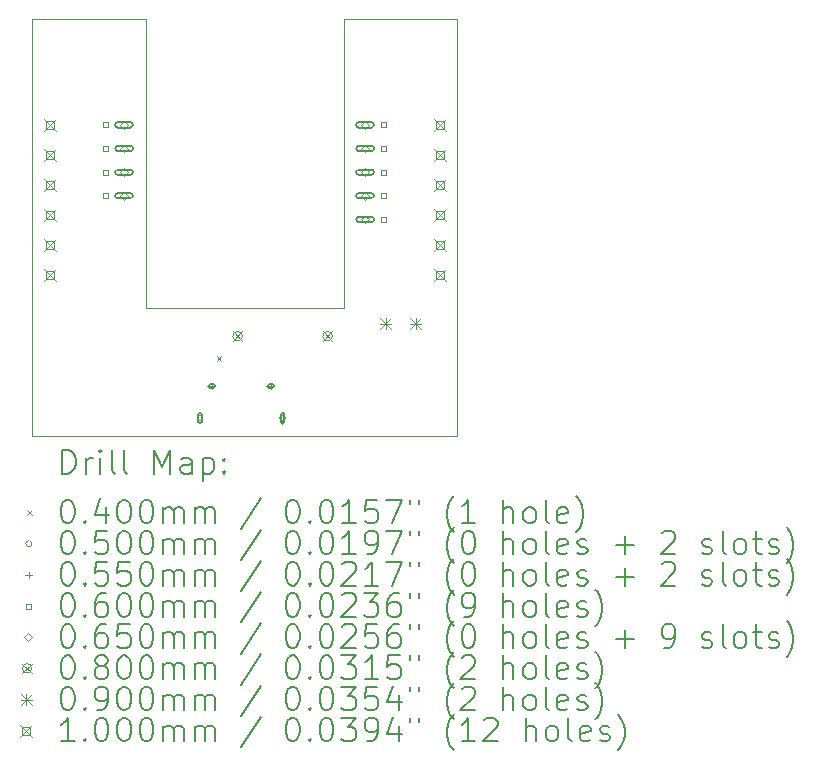
<source format=gbr>
%FSLAX45Y45*%
G04 Gerber Fmt 4.5, Leading zero omitted, Abs format (unit mm)*
G04 Created by KiCad (PCBNEW (6.0.2-0)) date 2022-05-31 21:56:34*
%MOMM*%
%LPD*%
G01*
G04 APERTURE LIST*
%TA.AperFunction,Profile*%
%ADD10C,0.100000*%
%TD*%
%ADD11C,0.200000*%
%ADD12C,0.040000*%
%ADD13C,0.050000*%
%ADD14C,0.055000*%
%ADD15C,0.060000*%
%ADD16C,0.065000*%
%ADD17C,0.080000*%
%ADD18C,0.090000*%
%ADD19C,0.100000*%
G04 APERTURE END LIST*
D10*
X17449800Y-6101080D02*
X17449800Y-9636760D01*
X17449800Y-9636760D02*
X13853160Y-9636760D01*
X16489680Y-8549640D02*
X14813280Y-8549640D01*
X13853160Y-9636760D02*
X13853160Y-6101080D01*
X16489680Y-6101080D02*
X17449800Y-6101080D01*
X14813280Y-8549640D02*
X14813280Y-6101080D01*
X14813280Y-6101080D02*
X13853160Y-6101080D01*
X16489680Y-6101080D02*
X16489680Y-8549640D01*
D11*
D12*
X15413040Y-8956360D02*
X15453040Y-8996360D01*
X15453040Y-8956360D02*
X15413040Y-8996360D01*
D13*
X15296000Y-9482280D02*
G75*
G03*
X15296000Y-9482280I-25000J0D01*
G01*
D11*
X15256000Y-9449780D02*
X15256000Y-9514780D01*
X15286000Y-9449780D02*
X15286000Y-9514780D01*
X15256000Y-9514780D02*
G75*
G03*
X15286000Y-9514780I15000J0D01*
G01*
X15286000Y-9449780D02*
G75*
G03*
X15256000Y-9449780I-15000J0D01*
G01*
D13*
X15996000Y-9482280D02*
G75*
G03*
X15996000Y-9482280I-25000J0D01*
G01*
D11*
X15956000Y-9449780D02*
X15956000Y-9514780D01*
X15986000Y-9449780D02*
X15986000Y-9514780D01*
X15956000Y-9514780D02*
G75*
G03*
X15986000Y-9514780I15000J0D01*
G01*
X15986000Y-9449780D02*
G75*
G03*
X15956000Y-9449780I-15000J0D01*
G01*
D14*
X15371000Y-9184780D02*
X15371000Y-9239780D01*
X15343500Y-9212280D02*
X15398500Y-9212280D01*
D11*
X15356000Y-9229780D02*
X15386000Y-9229780D01*
X15356000Y-9194780D02*
X15386000Y-9194780D01*
X15386000Y-9229780D02*
G75*
G03*
X15386000Y-9194780I0J17500D01*
G01*
X15356000Y-9194780D02*
G75*
G03*
X15356000Y-9229780I0J-17500D01*
G01*
D14*
X15871000Y-9184780D02*
X15871000Y-9239780D01*
X15843500Y-9212280D02*
X15898500Y-9212280D01*
D11*
X15856000Y-9229780D02*
X15886000Y-9229780D01*
X15856000Y-9194780D02*
X15886000Y-9194780D01*
X15886000Y-9229780D02*
G75*
G03*
X15886000Y-9194780I0J17500D01*
G01*
X15856000Y-9194780D02*
G75*
G03*
X15856000Y-9229780I0J-17500D01*
G01*
D15*
X14495413Y-7021453D02*
X14495413Y-6979027D01*
X14452987Y-6979027D01*
X14452987Y-7021453D01*
X14495413Y-7021453D01*
X14495413Y-7221453D02*
X14495413Y-7179027D01*
X14452987Y-7179027D01*
X14452987Y-7221453D01*
X14495413Y-7221453D01*
X14495413Y-7421453D02*
X14495413Y-7379027D01*
X14452987Y-7379027D01*
X14452987Y-7421453D01*
X14495413Y-7421453D01*
X14495413Y-7621453D02*
X14495413Y-7579027D01*
X14452987Y-7579027D01*
X14452987Y-7621453D01*
X14495413Y-7621453D01*
X16846173Y-7021453D02*
X16846173Y-6979027D01*
X16803747Y-6979027D01*
X16803747Y-7021453D01*
X16846173Y-7021453D01*
X16846173Y-7221453D02*
X16846173Y-7179027D01*
X16803747Y-7179027D01*
X16803747Y-7221453D01*
X16846173Y-7221453D01*
X16846173Y-7421453D02*
X16846173Y-7379027D01*
X16803747Y-7379027D01*
X16803747Y-7421453D01*
X16846173Y-7421453D01*
X16846173Y-7621453D02*
X16846173Y-7579027D01*
X16803747Y-7579027D01*
X16803747Y-7621453D01*
X16846173Y-7621453D01*
X16846173Y-7821453D02*
X16846173Y-7779027D01*
X16803747Y-7779027D01*
X16803747Y-7821453D01*
X16846173Y-7821453D01*
D16*
X14629200Y-7032740D02*
X14661700Y-7000240D01*
X14629200Y-6967740D01*
X14596700Y-7000240D01*
X14629200Y-7032740D01*
D11*
X14576700Y-7022740D02*
X14681700Y-7022740D01*
X14576700Y-6977740D02*
X14681700Y-6977740D01*
X14681700Y-7022740D02*
G75*
G03*
X14681700Y-6977740I0J22500D01*
G01*
X14576700Y-6977740D02*
G75*
G03*
X14576700Y-7022740I0J-22500D01*
G01*
D16*
X14629200Y-7232740D02*
X14661700Y-7200240D01*
X14629200Y-7167740D01*
X14596700Y-7200240D01*
X14629200Y-7232740D01*
D11*
X14576700Y-7222740D02*
X14681700Y-7222740D01*
X14576700Y-7177740D02*
X14681700Y-7177740D01*
X14681700Y-7222740D02*
G75*
G03*
X14681700Y-7177740I0J22500D01*
G01*
X14576700Y-7177740D02*
G75*
G03*
X14576700Y-7222740I0J-22500D01*
G01*
D16*
X14629200Y-7432740D02*
X14661700Y-7400240D01*
X14629200Y-7367740D01*
X14596700Y-7400240D01*
X14629200Y-7432740D01*
D11*
X14576700Y-7422740D02*
X14681700Y-7422740D01*
X14576700Y-7377740D02*
X14681700Y-7377740D01*
X14681700Y-7422740D02*
G75*
G03*
X14681700Y-7377740I0J22500D01*
G01*
X14576700Y-7377740D02*
G75*
G03*
X14576700Y-7422740I0J-22500D01*
G01*
D16*
X14629200Y-7632740D02*
X14661700Y-7600240D01*
X14629200Y-7567740D01*
X14596700Y-7600240D01*
X14629200Y-7632740D01*
D11*
X14576700Y-7622740D02*
X14681700Y-7622740D01*
X14576700Y-7577740D02*
X14681700Y-7577740D01*
X14681700Y-7622740D02*
G75*
G03*
X14681700Y-7577740I0J22500D01*
G01*
X14576700Y-7577740D02*
G75*
G03*
X14576700Y-7622740I0J-22500D01*
G01*
D16*
X16669960Y-7032740D02*
X16702460Y-7000240D01*
X16669960Y-6967740D01*
X16637460Y-7000240D01*
X16669960Y-7032740D01*
D11*
X16617460Y-7022740D02*
X16722460Y-7022740D01*
X16617460Y-6977740D02*
X16722460Y-6977740D01*
X16722460Y-7022740D02*
G75*
G03*
X16722460Y-6977740I0J22500D01*
G01*
X16617460Y-6977740D02*
G75*
G03*
X16617460Y-7022740I0J-22500D01*
G01*
D16*
X16669960Y-7232740D02*
X16702460Y-7200240D01*
X16669960Y-7167740D01*
X16637460Y-7200240D01*
X16669960Y-7232740D01*
D11*
X16617460Y-7222740D02*
X16722460Y-7222740D01*
X16617460Y-7177740D02*
X16722460Y-7177740D01*
X16722460Y-7222740D02*
G75*
G03*
X16722460Y-7177740I0J22500D01*
G01*
X16617460Y-7177740D02*
G75*
G03*
X16617460Y-7222740I0J-22500D01*
G01*
D16*
X16669960Y-7432740D02*
X16702460Y-7400240D01*
X16669960Y-7367740D01*
X16637460Y-7400240D01*
X16669960Y-7432740D01*
D11*
X16617460Y-7422740D02*
X16722460Y-7422740D01*
X16617460Y-7377740D02*
X16722460Y-7377740D01*
X16722460Y-7422740D02*
G75*
G03*
X16722460Y-7377740I0J22500D01*
G01*
X16617460Y-7377740D02*
G75*
G03*
X16617460Y-7422740I0J-22500D01*
G01*
D16*
X16669960Y-7632740D02*
X16702460Y-7600240D01*
X16669960Y-7567740D01*
X16637460Y-7600240D01*
X16669960Y-7632740D01*
D11*
X16617460Y-7622740D02*
X16722460Y-7622740D01*
X16617460Y-7577740D02*
X16722460Y-7577740D01*
X16722460Y-7622740D02*
G75*
G03*
X16722460Y-7577740I0J22500D01*
G01*
X16617460Y-7577740D02*
G75*
G03*
X16617460Y-7622740I0J-22500D01*
G01*
D16*
X16669960Y-7832740D02*
X16702460Y-7800240D01*
X16669960Y-7767740D01*
X16637460Y-7800240D01*
X16669960Y-7832740D01*
D11*
X16617460Y-7822740D02*
X16722460Y-7822740D01*
X16617460Y-7777740D02*
X16722460Y-7777740D01*
X16722460Y-7822740D02*
G75*
G03*
X16722460Y-7777740I0J22500D01*
G01*
X16617460Y-7777740D02*
G75*
G03*
X16617460Y-7822740I0J-22500D01*
G01*
D17*
X15550520Y-8748400D02*
X15630520Y-8828400D01*
X15630520Y-8748400D02*
X15550520Y-8828400D01*
X15630520Y-8788400D02*
G75*
G03*
X15630520Y-8788400I-40000J0D01*
G01*
X16312520Y-8748400D02*
X16392520Y-8828400D01*
X16392520Y-8748400D02*
X16312520Y-8828400D01*
X16392520Y-8788400D02*
G75*
G03*
X16392520Y-8788400I-40000J0D01*
G01*
D18*
X16799780Y-8636720D02*
X16889780Y-8726720D01*
X16889780Y-8636720D02*
X16799780Y-8726720D01*
X16844780Y-8636720D02*
X16844780Y-8726720D01*
X16799780Y-8681720D02*
X16889780Y-8681720D01*
X17053780Y-8636720D02*
X17143780Y-8726720D01*
X17143780Y-8636720D02*
X17053780Y-8726720D01*
X17098780Y-8636720D02*
X17098780Y-8726720D01*
X17053780Y-8681720D02*
X17143780Y-8681720D01*
D19*
X13950000Y-6950000D02*
X14050000Y-7050000D01*
X14050000Y-6950000D02*
X13950000Y-7050000D01*
X14035356Y-7035356D02*
X14035356Y-6964644D01*
X13964644Y-6964644D01*
X13964644Y-7035356D01*
X14035356Y-7035356D01*
X13950000Y-7204000D02*
X14050000Y-7304000D01*
X14050000Y-7204000D02*
X13950000Y-7304000D01*
X14035356Y-7289356D02*
X14035356Y-7218644D01*
X13964644Y-7218644D01*
X13964644Y-7289356D01*
X14035356Y-7289356D01*
X13950000Y-7458000D02*
X14050000Y-7558000D01*
X14050000Y-7458000D02*
X13950000Y-7558000D01*
X14035356Y-7543356D02*
X14035356Y-7472644D01*
X13964644Y-7472644D01*
X13964644Y-7543356D01*
X14035356Y-7543356D01*
X13950000Y-7712000D02*
X14050000Y-7812000D01*
X14050000Y-7712000D02*
X13950000Y-7812000D01*
X14035356Y-7797356D02*
X14035356Y-7726644D01*
X13964644Y-7726644D01*
X13964644Y-7797356D01*
X14035356Y-7797356D01*
X13950000Y-7966000D02*
X14050000Y-8066000D01*
X14050000Y-7966000D02*
X13950000Y-8066000D01*
X14035356Y-8051356D02*
X14035356Y-7980644D01*
X13964644Y-7980644D01*
X13964644Y-8051356D01*
X14035356Y-8051356D01*
X13950000Y-8220000D02*
X14050000Y-8320000D01*
X14050000Y-8220000D02*
X13950000Y-8320000D01*
X14035356Y-8305356D02*
X14035356Y-8234644D01*
X13964644Y-8234644D01*
X13964644Y-8305356D01*
X14035356Y-8305356D01*
X17252000Y-6950000D02*
X17352000Y-7050000D01*
X17352000Y-6950000D02*
X17252000Y-7050000D01*
X17337356Y-7035356D02*
X17337356Y-6964644D01*
X17266644Y-6964644D01*
X17266644Y-7035356D01*
X17337356Y-7035356D01*
X17252000Y-7204000D02*
X17352000Y-7304000D01*
X17352000Y-7204000D02*
X17252000Y-7304000D01*
X17337356Y-7289356D02*
X17337356Y-7218644D01*
X17266644Y-7218644D01*
X17266644Y-7289356D01*
X17337356Y-7289356D01*
X17252000Y-7458000D02*
X17352000Y-7558000D01*
X17352000Y-7458000D02*
X17252000Y-7558000D01*
X17337356Y-7543356D02*
X17337356Y-7472644D01*
X17266644Y-7472644D01*
X17266644Y-7543356D01*
X17337356Y-7543356D01*
X17252000Y-7712000D02*
X17352000Y-7812000D01*
X17352000Y-7712000D02*
X17252000Y-7812000D01*
X17337356Y-7797356D02*
X17337356Y-7726644D01*
X17266644Y-7726644D01*
X17266644Y-7797356D01*
X17337356Y-7797356D01*
X17252000Y-7966000D02*
X17352000Y-8066000D01*
X17352000Y-7966000D02*
X17252000Y-8066000D01*
X17337356Y-8051356D02*
X17337356Y-7980644D01*
X17266644Y-7980644D01*
X17266644Y-8051356D01*
X17337356Y-8051356D01*
X17252000Y-8220000D02*
X17352000Y-8320000D01*
X17352000Y-8220000D02*
X17252000Y-8320000D01*
X17337356Y-8305356D02*
X17337356Y-8234644D01*
X17266644Y-8234644D01*
X17266644Y-8305356D01*
X17337356Y-8305356D01*
D11*
X14105779Y-9952236D02*
X14105779Y-9752236D01*
X14153398Y-9752236D01*
X14181969Y-9761760D01*
X14201017Y-9780808D01*
X14210541Y-9799855D01*
X14220065Y-9837950D01*
X14220065Y-9866522D01*
X14210541Y-9904617D01*
X14201017Y-9923665D01*
X14181969Y-9942712D01*
X14153398Y-9952236D01*
X14105779Y-9952236D01*
X14305779Y-9952236D02*
X14305779Y-9818903D01*
X14305779Y-9856998D02*
X14315303Y-9837950D01*
X14324827Y-9828427D01*
X14343874Y-9818903D01*
X14362922Y-9818903D01*
X14429588Y-9952236D02*
X14429588Y-9818903D01*
X14429588Y-9752236D02*
X14420065Y-9761760D01*
X14429588Y-9771284D01*
X14439112Y-9761760D01*
X14429588Y-9752236D01*
X14429588Y-9771284D01*
X14553398Y-9952236D02*
X14534350Y-9942712D01*
X14524827Y-9923665D01*
X14524827Y-9752236D01*
X14658160Y-9952236D02*
X14639112Y-9942712D01*
X14629588Y-9923665D01*
X14629588Y-9752236D01*
X14886731Y-9952236D02*
X14886731Y-9752236D01*
X14953398Y-9895093D01*
X15020065Y-9752236D01*
X15020065Y-9952236D01*
X15201017Y-9952236D02*
X15201017Y-9847474D01*
X15191493Y-9828427D01*
X15172446Y-9818903D01*
X15134350Y-9818903D01*
X15115303Y-9828427D01*
X15201017Y-9942712D02*
X15181969Y-9952236D01*
X15134350Y-9952236D01*
X15115303Y-9942712D01*
X15105779Y-9923665D01*
X15105779Y-9904617D01*
X15115303Y-9885570D01*
X15134350Y-9876046D01*
X15181969Y-9876046D01*
X15201017Y-9866522D01*
X15296255Y-9818903D02*
X15296255Y-10018903D01*
X15296255Y-9828427D02*
X15315303Y-9818903D01*
X15353398Y-9818903D01*
X15372446Y-9828427D01*
X15381969Y-9837950D01*
X15391493Y-9856998D01*
X15391493Y-9914141D01*
X15381969Y-9933189D01*
X15372446Y-9942712D01*
X15353398Y-9952236D01*
X15315303Y-9952236D01*
X15296255Y-9942712D01*
X15477208Y-9933189D02*
X15486731Y-9942712D01*
X15477208Y-9952236D01*
X15467684Y-9942712D01*
X15477208Y-9933189D01*
X15477208Y-9952236D01*
X15477208Y-9828427D02*
X15486731Y-9837950D01*
X15477208Y-9847474D01*
X15467684Y-9837950D01*
X15477208Y-9828427D01*
X15477208Y-9847474D01*
D12*
X13808160Y-10261760D02*
X13848160Y-10301760D01*
X13848160Y-10261760D02*
X13808160Y-10301760D01*
D11*
X14143874Y-10172236D02*
X14162922Y-10172236D01*
X14181969Y-10181760D01*
X14191493Y-10191284D01*
X14201017Y-10210331D01*
X14210541Y-10248427D01*
X14210541Y-10296046D01*
X14201017Y-10334141D01*
X14191493Y-10353189D01*
X14181969Y-10362712D01*
X14162922Y-10372236D01*
X14143874Y-10372236D01*
X14124827Y-10362712D01*
X14115303Y-10353189D01*
X14105779Y-10334141D01*
X14096255Y-10296046D01*
X14096255Y-10248427D01*
X14105779Y-10210331D01*
X14115303Y-10191284D01*
X14124827Y-10181760D01*
X14143874Y-10172236D01*
X14296255Y-10353189D02*
X14305779Y-10362712D01*
X14296255Y-10372236D01*
X14286731Y-10362712D01*
X14296255Y-10353189D01*
X14296255Y-10372236D01*
X14477208Y-10238903D02*
X14477208Y-10372236D01*
X14429588Y-10162712D02*
X14381969Y-10305570D01*
X14505779Y-10305570D01*
X14620065Y-10172236D02*
X14639112Y-10172236D01*
X14658160Y-10181760D01*
X14667684Y-10191284D01*
X14677208Y-10210331D01*
X14686731Y-10248427D01*
X14686731Y-10296046D01*
X14677208Y-10334141D01*
X14667684Y-10353189D01*
X14658160Y-10362712D01*
X14639112Y-10372236D01*
X14620065Y-10372236D01*
X14601017Y-10362712D01*
X14591493Y-10353189D01*
X14581969Y-10334141D01*
X14572446Y-10296046D01*
X14572446Y-10248427D01*
X14581969Y-10210331D01*
X14591493Y-10191284D01*
X14601017Y-10181760D01*
X14620065Y-10172236D01*
X14810541Y-10172236D02*
X14829588Y-10172236D01*
X14848636Y-10181760D01*
X14858160Y-10191284D01*
X14867684Y-10210331D01*
X14877208Y-10248427D01*
X14877208Y-10296046D01*
X14867684Y-10334141D01*
X14858160Y-10353189D01*
X14848636Y-10362712D01*
X14829588Y-10372236D01*
X14810541Y-10372236D01*
X14791493Y-10362712D01*
X14781969Y-10353189D01*
X14772446Y-10334141D01*
X14762922Y-10296046D01*
X14762922Y-10248427D01*
X14772446Y-10210331D01*
X14781969Y-10191284D01*
X14791493Y-10181760D01*
X14810541Y-10172236D01*
X14962922Y-10372236D02*
X14962922Y-10238903D01*
X14962922Y-10257950D02*
X14972446Y-10248427D01*
X14991493Y-10238903D01*
X15020065Y-10238903D01*
X15039112Y-10248427D01*
X15048636Y-10267474D01*
X15048636Y-10372236D01*
X15048636Y-10267474D02*
X15058160Y-10248427D01*
X15077208Y-10238903D01*
X15105779Y-10238903D01*
X15124827Y-10248427D01*
X15134350Y-10267474D01*
X15134350Y-10372236D01*
X15229588Y-10372236D02*
X15229588Y-10238903D01*
X15229588Y-10257950D02*
X15239112Y-10248427D01*
X15258160Y-10238903D01*
X15286731Y-10238903D01*
X15305779Y-10248427D01*
X15315303Y-10267474D01*
X15315303Y-10372236D01*
X15315303Y-10267474D02*
X15324827Y-10248427D01*
X15343874Y-10238903D01*
X15372446Y-10238903D01*
X15391493Y-10248427D01*
X15401017Y-10267474D01*
X15401017Y-10372236D01*
X15791493Y-10162712D02*
X15620065Y-10419855D01*
X16048636Y-10172236D02*
X16067684Y-10172236D01*
X16086731Y-10181760D01*
X16096255Y-10191284D01*
X16105779Y-10210331D01*
X16115303Y-10248427D01*
X16115303Y-10296046D01*
X16105779Y-10334141D01*
X16096255Y-10353189D01*
X16086731Y-10362712D01*
X16067684Y-10372236D01*
X16048636Y-10372236D01*
X16029588Y-10362712D01*
X16020065Y-10353189D01*
X16010541Y-10334141D01*
X16001017Y-10296046D01*
X16001017Y-10248427D01*
X16010541Y-10210331D01*
X16020065Y-10191284D01*
X16029588Y-10181760D01*
X16048636Y-10172236D01*
X16201017Y-10353189D02*
X16210541Y-10362712D01*
X16201017Y-10372236D01*
X16191493Y-10362712D01*
X16201017Y-10353189D01*
X16201017Y-10372236D01*
X16334350Y-10172236D02*
X16353398Y-10172236D01*
X16372446Y-10181760D01*
X16381969Y-10191284D01*
X16391493Y-10210331D01*
X16401017Y-10248427D01*
X16401017Y-10296046D01*
X16391493Y-10334141D01*
X16381969Y-10353189D01*
X16372446Y-10362712D01*
X16353398Y-10372236D01*
X16334350Y-10372236D01*
X16315303Y-10362712D01*
X16305779Y-10353189D01*
X16296255Y-10334141D01*
X16286731Y-10296046D01*
X16286731Y-10248427D01*
X16296255Y-10210331D01*
X16305779Y-10191284D01*
X16315303Y-10181760D01*
X16334350Y-10172236D01*
X16591493Y-10372236D02*
X16477208Y-10372236D01*
X16534350Y-10372236D02*
X16534350Y-10172236D01*
X16515303Y-10200808D01*
X16496255Y-10219855D01*
X16477208Y-10229379D01*
X16772446Y-10172236D02*
X16677208Y-10172236D01*
X16667684Y-10267474D01*
X16677208Y-10257950D01*
X16696255Y-10248427D01*
X16743874Y-10248427D01*
X16762922Y-10257950D01*
X16772446Y-10267474D01*
X16781970Y-10286522D01*
X16781970Y-10334141D01*
X16772446Y-10353189D01*
X16762922Y-10362712D01*
X16743874Y-10372236D01*
X16696255Y-10372236D01*
X16677208Y-10362712D01*
X16667684Y-10353189D01*
X16848636Y-10172236D02*
X16981970Y-10172236D01*
X16896255Y-10372236D01*
X17048636Y-10172236D02*
X17048636Y-10210331D01*
X17124827Y-10172236D02*
X17124827Y-10210331D01*
X17420065Y-10448427D02*
X17410541Y-10438903D01*
X17391493Y-10410331D01*
X17381970Y-10391284D01*
X17372446Y-10362712D01*
X17362922Y-10315093D01*
X17362922Y-10276998D01*
X17372446Y-10229379D01*
X17381970Y-10200808D01*
X17391493Y-10181760D01*
X17410541Y-10153189D01*
X17420065Y-10143665D01*
X17601017Y-10372236D02*
X17486731Y-10372236D01*
X17543874Y-10372236D02*
X17543874Y-10172236D01*
X17524827Y-10200808D01*
X17505779Y-10219855D01*
X17486731Y-10229379D01*
X17839112Y-10372236D02*
X17839112Y-10172236D01*
X17924827Y-10372236D02*
X17924827Y-10267474D01*
X17915303Y-10248427D01*
X17896255Y-10238903D01*
X17867684Y-10238903D01*
X17848636Y-10248427D01*
X17839112Y-10257950D01*
X18048636Y-10372236D02*
X18029589Y-10362712D01*
X18020065Y-10353189D01*
X18010541Y-10334141D01*
X18010541Y-10276998D01*
X18020065Y-10257950D01*
X18029589Y-10248427D01*
X18048636Y-10238903D01*
X18077208Y-10238903D01*
X18096255Y-10248427D01*
X18105779Y-10257950D01*
X18115303Y-10276998D01*
X18115303Y-10334141D01*
X18105779Y-10353189D01*
X18096255Y-10362712D01*
X18077208Y-10372236D01*
X18048636Y-10372236D01*
X18229589Y-10372236D02*
X18210541Y-10362712D01*
X18201017Y-10343665D01*
X18201017Y-10172236D01*
X18381970Y-10362712D02*
X18362922Y-10372236D01*
X18324827Y-10372236D01*
X18305779Y-10362712D01*
X18296255Y-10343665D01*
X18296255Y-10267474D01*
X18305779Y-10248427D01*
X18324827Y-10238903D01*
X18362922Y-10238903D01*
X18381970Y-10248427D01*
X18391493Y-10267474D01*
X18391493Y-10286522D01*
X18296255Y-10305570D01*
X18458160Y-10448427D02*
X18467684Y-10438903D01*
X18486731Y-10410331D01*
X18496255Y-10391284D01*
X18505779Y-10362712D01*
X18515303Y-10315093D01*
X18515303Y-10276998D01*
X18505779Y-10229379D01*
X18496255Y-10200808D01*
X18486731Y-10181760D01*
X18467684Y-10153189D01*
X18458160Y-10143665D01*
D13*
X13848160Y-10545760D02*
G75*
G03*
X13848160Y-10545760I-25000J0D01*
G01*
D11*
X14143874Y-10436236D02*
X14162922Y-10436236D01*
X14181969Y-10445760D01*
X14191493Y-10455284D01*
X14201017Y-10474331D01*
X14210541Y-10512427D01*
X14210541Y-10560046D01*
X14201017Y-10598141D01*
X14191493Y-10617189D01*
X14181969Y-10626712D01*
X14162922Y-10636236D01*
X14143874Y-10636236D01*
X14124827Y-10626712D01*
X14115303Y-10617189D01*
X14105779Y-10598141D01*
X14096255Y-10560046D01*
X14096255Y-10512427D01*
X14105779Y-10474331D01*
X14115303Y-10455284D01*
X14124827Y-10445760D01*
X14143874Y-10436236D01*
X14296255Y-10617189D02*
X14305779Y-10626712D01*
X14296255Y-10636236D01*
X14286731Y-10626712D01*
X14296255Y-10617189D01*
X14296255Y-10636236D01*
X14486731Y-10436236D02*
X14391493Y-10436236D01*
X14381969Y-10531474D01*
X14391493Y-10521950D01*
X14410541Y-10512427D01*
X14458160Y-10512427D01*
X14477208Y-10521950D01*
X14486731Y-10531474D01*
X14496255Y-10550522D01*
X14496255Y-10598141D01*
X14486731Y-10617189D01*
X14477208Y-10626712D01*
X14458160Y-10636236D01*
X14410541Y-10636236D01*
X14391493Y-10626712D01*
X14381969Y-10617189D01*
X14620065Y-10436236D02*
X14639112Y-10436236D01*
X14658160Y-10445760D01*
X14667684Y-10455284D01*
X14677208Y-10474331D01*
X14686731Y-10512427D01*
X14686731Y-10560046D01*
X14677208Y-10598141D01*
X14667684Y-10617189D01*
X14658160Y-10626712D01*
X14639112Y-10636236D01*
X14620065Y-10636236D01*
X14601017Y-10626712D01*
X14591493Y-10617189D01*
X14581969Y-10598141D01*
X14572446Y-10560046D01*
X14572446Y-10512427D01*
X14581969Y-10474331D01*
X14591493Y-10455284D01*
X14601017Y-10445760D01*
X14620065Y-10436236D01*
X14810541Y-10436236D02*
X14829588Y-10436236D01*
X14848636Y-10445760D01*
X14858160Y-10455284D01*
X14867684Y-10474331D01*
X14877208Y-10512427D01*
X14877208Y-10560046D01*
X14867684Y-10598141D01*
X14858160Y-10617189D01*
X14848636Y-10626712D01*
X14829588Y-10636236D01*
X14810541Y-10636236D01*
X14791493Y-10626712D01*
X14781969Y-10617189D01*
X14772446Y-10598141D01*
X14762922Y-10560046D01*
X14762922Y-10512427D01*
X14772446Y-10474331D01*
X14781969Y-10455284D01*
X14791493Y-10445760D01*
X14810541Y-10436236D01*
X14962922Y-10636236D02*
X14962922Y-10502903D01*
X14962922Y-10521950D02*
X14972446Y-10512427D01*
X14991493Y-10502903D01*
X15020065Y-10502903D01*
X15039112Y-10512427D01*
X15048636Y-10531474D01*
X15048636Y-10636236D01*
X15048636Y-10531474D02*
X15058160Y-10512427D01*
X15077208Y-10502903D01*
X15105779Y-10502903D01*
X15124827Y-10512427D01*
X15134350Y-10531474D01*
X15134350Y-10636236D01*
X15229588Y-10636236D02*
X15229588Y-10502903D01*
X15229588Y-10521950D02*
X15239112Y-10512427D01*
X15258160Y-10502903D01*
X15286731Y-10502903D01*
X15305779Y-10512427D01*
X15315303Y-10531474D01*
X15315303Y-10636236D01*
X15315303Y-10531474D02*
X15324827Y-10512427D01*
X15343874Y-10502903D01*
X15372446Y-10502903D01*
X15391493Y-10512427D01*
X15401017Y-10531474D01*
X15401017Y-10636236D01*
X15791493Y-10426712D02*
X15620065Y-10683855D01*
X16048636Y-10436236D02*
X16067684Y-10436236D01*
X16086731Y-10445760D01*
X16096255Y-10455284D01*
X16105779Y-10474331D01*
X16115303Y-10512427D01*
X16115303Y-10560046D01*
X16105779Y-10598141D01*
X16096255Y-10617189D01*
X16086731Y-10626712D01*
X16067684Y-10636236D01*
X16048636Y-10636236D01*
X16029588Y-10626712D01*
X16020065Y-10617189D01*
X16010541Y-10598141D01*
X16001017Y-10560046D01*
X16001017Y-10512427D01*
X16010541Y-10474331D01*
X16020065Y-10455284D01*
X16029588Y-10445760D01*
X16048636Y-10436236D01*
X16201017Y-10617189D02*
X16210541Y-10626712D01*
X16201017Y-10636236D01*
X16191493Y-10626712D01*
X16201017Y-10617189D01*
X16201017Y-10636236D01*
X16334350Y-10436236D02*
X16353398Y-10436236D01*
X16372446Y-10445760D01*
X16381969Y-10455284D01*
X16391493Y-10474331D01*
X16401017Y-10512427D01*
X16401017Y-10560046D01*
X16391493Y-10598141D01*
X16381969Y-10617189D01*
X16372446Y-10626712D01*
X16353398Y-10636236D01*
X16334350Y-10636236D01*
X16315303Y-10626712D01*
X16305779Y-10617189D01*
X16296255Y-10598141D01*
X16286731Y-10560046D01*
X16286731Y-10512427D01*
X16296255Y-10474331D01*
X16305779Y-10455284D01*
X16315303Y-10445760D01*
X16334350Y-10436236D01*
X16591493Y-10636236D02*
X16477208Y-10636236D01*
X16534350Y-10636236D02*
X16534350Y-10436236D01*
X16515303Y-10464808D01*
X16496255Y-10483855D01*
X16477208Y-10493379D01*
X16686731Y-10636236D02*
X16724827Y-10636236D01*
X16743874Y-10626712D01*
X16753398Y-10617189D01*
X16772446Y-10588617D01*
X16781970Y-10550522D01*
X16781970Y-10474331D01*
X16772446Y-10455284D01*
X16762922Y-10445760D01*
X16743874Y-10436236D01*
X16705779Y-10436236D01*
X16686731Y-10445760D01*
X16677208Y-10455284D01*
X16667684Y-10474331D01*
X16667684Y-10521950D01*
X16677208Y-10540998D01*
X16686731Y-10550522D01*
X16705779Y-10560046D01*
X16743874Y-10560046D01*
X16762922Y-10550522D01*
X16772446Y-10540998D01*
X16781970Y-10521950D01*
X16848636Y-10436236D02*
X16981970Y-10436236D01*
X16896255Y-10636236D01*
X17048636Y-10436236D02*
X17048636Y-10474331D01*
X17124827Y-10436236D02*
X17124827Y-10474331D01*
X17420065Y-10712427D02*
X17410541Y-10702903D01*
X17391493Y-10674331D01*
X17381970Y-10655284D01*
X17372446Y-10626712D01*
X17362922Y-10579093D01*
X17362922Y-10540998D01*
X17372446Y-10493379D01*
X17381970Y-10464808D01*
X17391493Y-10445760D01*
X17410541Y-10417189D01*
X17420065Y-10407665D01*
X17534350Y-10436236D02*
X17553398Y-10436236D01*
X17572446Y-10445760D01*
X17581970Y-10455284D01*
X17591493Y-10474331D01*
X17601017Y-10512427D01*
X17601017Y-10560046D01*
X17591493Y-10598141D01*
X17581970Y-10617189D01*
X17572446Y-10626712D01*
X17553398Y-10636236D01*
X17534350Y-10636236D01*
X17515303Y-10626712D01*
X17505779Y-10617189D01*
X17496255Y-10598141D01*
X17486731Y-10560046D01*
X17486731Y-10512427D01*
X17496255Y-10474331D01*
X17505779Y-10455284D01*
X17515303Y-10445760D01*
X17534350Y-10436236D01*
X17839112Y-10636236D02*
X17839112Y-10436236D01*
X17924827Y-10636236D02*
X17924827Y-10531474D01*
X17915303Y-10512427D01*
X17896255Y-10502903D01*
X17867684Y-10502903D01*
X17848636Y-10512427D01*
X17839112Y-10521950D01*
X18048636Y-10636236D02*
X18029589Y-10626712D01*
X18020065Y-10617189D01*
X18010541Y-10598141D01*
X18010541Y-10540998D01*
X18020065Y-10521950D01*
X18029589Y-10512427D01*
X18048636Y-10502903D01*
X18077208Y-10502903D01*
X18096255Y-10512427D01*
X18105779Y-10521950D01*
X18115303Y-10540998D01*
X18115303Y-10598141D01*
X18105779Y-10617189D01*
X18096255Y-10626712D01*
X18077208Y-10636236D01*
X18048636Y-10636236D01*
X18229589Y-10636236D02*
X18210541Y-10626712D01*
X18201017Y-10607665D01*
X18201017Y-10436236D01*
X18381970Y-10626712D02*
X18362922Y-10636236D01*
X18324827Y-10636236D01*
X18305779Y-10626712D01*
X18296255Y-10607665D01*
X18296255Y-10531474D01*
X18305779Y-10512427D01*
X18324827Y-10502903D01*
X18362922Y-10502903D01*
X18381970Y-10512427D01*
X18391493Y-10531474D01*
X18391493Y-10550522D01*
X18296255Y-10569570D01*
X18467684Y-10626712D02*
X18486731Y-10636236D01*
X18524827Y-10636236D01*
X18543874Y-10626712D01*
X18553398Y-10607665D01*
X18553398Y-10598141D01*
X18543874Y-10579093D01*
X18524827Y-10569570D01*
X18496255Y-10569570D01*
X18477208Y-10560046D01*
X18467684Y-10540998D01*
X18467684Y-10531474D01*
X18477208Y-10512427D01*
X18496255Y-10502903D01*
X18524827Y-10502903D01*
X18543874Y-10512427D01*
X18791493Y-10560046D02*
X18943874Y-10560046D01*
X18867684Y-10636236D02*
X18867684Y-10483855D01*
X19181970Y-10455284D02*
X19191493Y-10445760D01*
X19210541Y-10436236D01*
X19258160Y-10436236D01*
X19277208Y-10445760D01*
X19286731Y-10455284D01*
X19296255Y-10474331D01*
X19296255Y-10493379D01*
X19286731Y-10521950D01*
X19172446Y-10636236D01*
X19296255Y-10636236D01*
X19524827Y-10626712D02*
X19543874Y-10636236D01*
X19581970Y-10636236D01*
X19601017Y-10626712D01*
X19610541Y-10607665D01*
X19610541Y-10598141D01*
X19601017Y-10579093D01*
X19581970Y-10569570D01*
X19553398Y-10569570D01*
X19534350Y-10560046D01*
X19524827Y-10540998D01*
X19524827Y-10531474D01*
X19534350Y-10512427D01*
X19553398Y-10502903D01*
X19581970Y-10502903D01*
X19601017Y-10512427D01*
X19724827Y-10636236D02*
X19705779Y-10626712D01*
X19696255Y-10607665D01*
X19696255Y-10436236D01*
X19829589Y-10636236D02*
X19810541Y-10626712D01*
X19801017Y-10617189D01*
X19791493Y-10598141D01*
X19791493Y-10540998D01*
X19801017Y-10521950D01*
X19810541Y-10512427D01*
X19829589Y-10502903D01*
X19858160Y-10502903D01*
X19877208Y-10512427D01*
X19886731Y-10521950D01*
X19896255Y-10540998D01*
X19896255Y-10598141D01*
X19886731Y-10617189D01*
X19877208Y-10626712D01*
X19858160Y-10636236D01*
X19829589Y-10636236D01*
X19953398Y-10502903D02*
X20029589Y-10502903D01*
X19981970Y-10436236D02*
X19981970Y-10607665D01*
X19991493Y-10626712D01*
X20010541Y-10636236D01*
X20029589Y-10636236D01*
X20086731Y-10626712D02*
X20105779Y-10636236D01*
X20143874Y-10636236D01*
X20162922Y-10626712D01*
X20172446Y-10607665D01*
X20172446Y-10598141D01*
X20162922Y-10579093D01*
X20143874Y-10569570D01*
X20115303Y-10569570D01*
X20096255Y-10560046D01*
X20086731Y-10540998D01*
X20086731Y-10531474D01*
X20096255Y-10512427D01*
X20115303Y-10502903D01*
X20143874Y-10502903D01*
X20162922Y-10512427D01*
X20239112Y-10712427D02*
X20248636Y-10702903D01*
X20267684Y-10674331D01*
X20277208Y-10655284D01*
X20286731Y-10626712D01*
X20296255Y-10579093D01*
X20296255Y-10540998D01*
X20286731Y-10493379D01*
X20277208Y-10464808D01*
X20267684Y-10445760D01*
X20248636Y-10417189D01*
X20239112Y-10407665D01*
D14*
X13820660Y-10782260D02*
X13820660Y-10837260D01*
X13793160Y-10809760D02*
X13848160Y-10809760D01*
D11*
X14143874Y-10700236D02*
X14162922Y-10700236D01*
X14181969Y-10709760D01*
X14191493Y-10719284D01*
X14201017Y-10738331D01*
X14210541Y-10776427D01*
X14210541Y-10824046D01*
X14201017Y-10862141D01*
X14191493Y-10881189D01*
X14181969Y-10890712D01*
X14162922Y-10900236D01*
X14143874Y-10900236D01*
X14124827Y-10890712D01*
X14115303Y-10881189D01*
X14105779Y-10862141D01*
X14096255Y-10824046D01*
X14096255Y-10776427D01*
X14105779Y-10738331D01*
X14115303Y-10719284D01*
X14124827Y-10709760D01*
X14143874Y-10700236D01*
X14296255Y-10881189D02*
X14305779Y-10890712D01*
X14296255Y-10900236D01*
X14286731Y-10890712D01*
X14296255Y-10881189D01*
X14296255Y-10900236D01*
X14486731Y-10700236D02*
X14391493Y-10700236D01*
X14381969Y-10795474D01*
X14391493Y-10785950D01*
X14410541Y-10776427D01*
X14458160Y-10776427D01*
X14477208Y-10785950D01*
X14486731Y-10795474D01*
X14496255Y-10814522D01*
X14496255Y-10862141D01*
X14486731Y-10881189D01*
X14477208Y-10890712D01*
X14458160Y-10900236D01*
X14410541Y-10900236D01*
X14391493Y-10890712D01*
X14381969Y-10881189D01*
X14677208Y-10700236D02*
X14581969Y-10700236D01*
X14572446Y-10795474D01*
X14581969Y-10785950D01*
X14601017Y-10776427D01*
X14648636Y-10776427D01*
X14667684Y-10785950D01*
X14677208Y-10795474D01*
X14686731Y-10814522D01*
X14686731Y-10862141D01*
X14677208Y-10881189D01*
X14667684Y-10890712D01*
X14648636Y-10900236D01*
X14601017Y-10900236D01*
X14581969Y-10890712D01*
X14572446Y-10881189D01*
X14810541Y-10700236D02*
X14829588Y-10700236D01*
X14848636Y-10709760D01*
X14858160Y-10719284D01*
X14867684Y-10738331D01*
X14877208Y-10776427D01*
X14877208Y-10824046D01*
X14867684Y-10862141D01*
X14858160Y-10881189D01*
X14848636Y-10890712D01*
X14829588Y-10900236D01*
X14810541Y-10900236D01*
X14791493Y-10890712D01*
X14781969Y-10881189D01*
X14772446Y-10862141D01*
X14762922Y-10824046D01*
X14762922Y-10776427D01*
X14772446Y-10738331D01*
X14781969Y-10719284D01*
X14791493Y-10709760D01*
X14810541Y-10700236D01*
X14962922Y-10900236D02*
X14962922Y-10766903D01*
X14962922Y-10785950D02*
X14972446Y-10776427D01*
X14991493Y-10766903D01*
X15020065Y-10766903D01*
X15039112Y-10776427D01*
X15048636Y-10795474D01*
X15048636Y-10900236D01*
X15048636Y-10795474D02*
X15058160Y-10776427D01*
X15077208Y-10766903D01*
X15105779Y-10766903D01*
X15124827Y-10776427D01*
X15134350Y-10795474D01*
X15134350Y-10900236D01*
X15229588Y-10900236D02*
X15229588Y-10766903D01*
X15229588Y-10785950D02*
X15239112Y-10776427D01*
X15258160Y-10766903D01*
X15286731Y-10766903D01*
X15305779Y-10776427D01*
X15315303Y-10795474D01*
X15315303Y-10900236D01*
X15315303Y-10795474D02*
X15324827Y-10776427D01*
X15343874Y-10766903D01*
X15372446Y-10766903D01*
X15391493Y-10776427D01*
X15401017Y-10795474D01*
X15401017Y-10900236D01*
X15791493Y-10690712D02*
X15620065Y-10947855D01*
X16048636Y-10700236D02*
X16067684Y-10700236D01*
X16086731Y-10709760D01*
X16096255Y-10719284D01*
X16105779Y-10738331D01*
X16115303Y-10776427D01*
X16115303Y-10824046D01*
X16105779Y-10862141D01*
X16096255Y-10881189D01*
X16086731Y-10890712D01*
X16067684Y-10900236D01*
X16048636Y-10900236D01*
X16029588Y-10890712D01*
X16020065Y-10881189D01*
X16010541Y-10862141D01*
X16001017Y-10824046D01*
X16001017Y-10776427D01*
X16010541Y-10738331D01*
X16020065Y-10719284D01*
X16029588Y-10709760D01*
X16048636Y-10700236D01*
X16201017Y-10881189D02*
X16210541Y-10890712D01*
X16201017Y-10900236D01*
X16191493Y-10890712D01*
X16201017Y-10881189D01*
X16201017Y-10900236D01*
X16334350Y-10700236D02*
X16353398Y-10700236D01*
X16372446Y-10709760D01*
X16381969Y-10719284D01*
X16391493Y-10738331D01*
X16401017Y-10776427D01*
X16401017Y-10824046D01*
X16391493Y-10862141D01*
X16381969Y-10881189D01*
X16372446Y-10890712D01*
X16353398Y-10900236D01*
X16334350Y-10900236D01*
X16315303Y-10890712D01*
X16305779Y-10881189D01*
X16296255Y-10862141D01*
X16286731Y-10824046D01*
X16286731Y-10776427D01*
X16296255Y-10738331D01*
X16305779Y-10719284D01*
X16315303Y-10709760D01*
X16334350Y-10700236D01*
X16477208Y-10719284D02*
X16486731Y-10709760D01*
X16505779Y-10700236D01*
X16553398Y-10700236D01*
X16572446Y-10709760D01*
X16581969Y-10719284D01*
X16591493Y-10738331D01*
X16591493Y-10757379D01*
X16581969Y-10785950D01*
X16467684Y-10900236D01*
X16591493Y-10900236D01*
X16781970Y-10900236D02*
X16667684Y-10900236D01*
X16724827Y-10900236D02*
X16724827Y-10700236D01*
X16705779Y-10728808D01*
X16686731Y-10747855D01*
X16667684Y-10757379D01*
X16848636Y-10700236D02*
X16981970Y-10700236D01*
X16896255Y-10900236D01*
X17048636Y-10700236D02*
X17048636Y-10738331D01*
X17124827Y-10700236D02*
X17124827Y-10738331D01*
X17420065Y-10976427D02*
X17410541Y-10966903D01*
X17391493Y-10938331D01*
X17381970Y-10919284D01*
X17372446Y-10890712D01*
X17362922Y-10843093D01*
X17362922Y-10804998D01*
X17372446Y-10757379D01*
X17381970Y-10728808D01*
X17391493Y-10709760D01*
X17410541Y-10681189D01*
X17420065Y-10671665D01*
X17534350Y-10700236D02*
X17553398Y-10700236D01*
X17572446Y-10709760D01*
X17581970Y-10719284D01*
X17591493Y-10738331D01*
X17601017Y-10776427D01*
X17601017Y-10824046D01*
X17591493Y-10862141D01*
X17581970Y-10881189D01*
X17572446Y-10890712D01*
X17553398Y-10900236D01*
X17534350Y-10900236D01*
X17515303Y-10890712D01*
X17505779Y-10881189D01*
X17496255Y-10862141D01*
X17486731Y-10824046D01*
X17486731Y-10776427D01*
X17496255Y-10738331D01*
X17505779Y-10719284D01*
X17515303Y-10709760D01*
X17534350Y-10700236D01*
X17839112Y-10900236D02*
X17839112Y-10700236D01*
X17924827Y-10900236D02*
X17924827Y-10795474D01*
X17915303Y-10776427D01*
X17896255Y-10766903D01*
X17867684Y-10766903D01*
X17848636Y-10776427D01*
X17839112Y-10785950D01*
X18048636Y-10900236D02*
X18029589Y-10890712D01*
X18020065Y-10881189D01*
X18010541Y-10862141D01*
X18010541Y-10804998D01*
X18020065Y-10785950D01*
X18029589Y-10776427D01*
X18048636Y-10766903D01*
X18077208Y-10766903D01*
X18096255Y-10776427D01*
X18105779Y-10785950D01*
X18115303Y-10804998D01*
X18115303Y-10862141D01*
X18105779Y-10881189D01*
X18096255Y-10890712D01*
X18077208Y-10900236D01*
X18048636Y-10900236D01*
X18229589Y-10900236D02*
X18210541Y-10890712D01*
X18201017Y-10871665D01*
X18201017Y-10700236D01*
X18381970Y-10890712D02*
X18362922Y-10900236D01*
X18324827Y-10900236D01*
X18305779Y-10890712D01*
X18296255Y-10871665D01*
X18296255Y-10795474D01*
X18305779Y-10776427D01*
X18324827Y-10766903D01*
X18362922Y-10766903D01*
X18381970Y-10776427D01*
X18391493Y-10795474D01*
X18391493Y-10814522D01*
X18296255Y-10833570D01*
X18467684Y-10890712D02*
X18486731Y-10900236D01*
X18524827Y-10900236D01*
X18543874Y-10890712D01*
X18553398Y-10871665D01*
X18553398Y-10862141D01*
X18543874Y-10843093D01*
X18524827Y-10833570D01*
X18496255Y-10833570D01*
X18477208Y-10824046D01*
X18467684Y-10804998D01*
X18467684Y-10795474D01*
X18477208Y-10776427D01*
X18496255Y-10766903D01*
X18524827Y-10766903D01*
X18543874Y-10776427D01*
X18791493Y-10824046D02*
X18943874Y-10824046D01*
X18867684Y-10900236D02*
X18867684Y-10747855D01*
X19181970Y-10719284D02*
X19191493Y-10709760D01*
X19210541Y-10700236D01*
X19258160Y-10700236D01*
X19277208Y-10709760D01*
X19286731Y-10719284D01*
X19296255Y-10738331D01*
X19296255Y-10757379D01*
X19286731Y-10785950D01*
X19172446Y-10900236D01*
X19296255Y-10900236D01*
X19524827Y-10890712D02*
X19543874Y-10900236D01*
X19581970Y-10900236D01*
X19601017Y-10890712D01*
X19610541Y-10871665D01*
X19610541Y-10862141D01*
X19601017Y-10843093D01*
X19581970Y-10833570D01*
X19553398Y-10833570D01*
X19534350Y-10824046D01*
X19524827Y-10804998D01*
X19524827Y-10795474D01*
X19534350Y-10776427D01*
X19553398Y-10766903D01*
X19581970Y-10766903D01*
X19601017Y-10776427D01*
X19724827Y-10900236D02*
X19705779Y-10890712D01*
X19696255Y-10871665D01*
X19696255Y-10700236D01*
X19829589Y-10900236D02*
X19810541Y-10890712D01*
X19801017Y-10881189D01*
X19791493Y-10862141D01*
X19791493Y-10804998D01*
X19801017Y-10785950D01*
X19810541Y-10776427D01*
X19829589Y-10766903D01*
X19858160Y-10766903D01*
X19877208Y-10776427D01*
X19886731Y-10785950D01*
X19896255Y-10804998D01*
X19896255Y-10862141D01*
X19886731Y-10881189D01*
X19877208Y-10890712D01*
X19858160Y-10900236D01*
X19829589Y-10900236D01*
X19953398Y-10766903D02*
X20029589Y-10766903D01*
X19981970Y-10700236D02*
X19981970Y-10871665D01*
X19991493Y-10890712D01*
X20010541Y-10900236D01*
X20029589Y-10900236D01*
X20086731Y-10890712D02*
X20105779Y-10900236D01*
X20143874Y-10900236D01*
X20162922Y-10890712D01*
X20172446Y-10871665D01*
X20172446Y-10862141D01*
X20162922Y-10843093D01*
X20143874Y-10833570D01*
X20115303Y-10833570D01*
X20096255Y-10824046D01*
X20086731Y-10804998D01*
X20086731Y-10795474D01*
X20096255Y-10776427D01*
X20115303Y-10766903D01*
X20143874Y-10766903D01*
X20162922Y-10776427D01*
X20239112Y-10976427D02*
X20248636Y-10966903D01*
X20267684Y-10938331D01*
X20277208Y-10919284D01*
X20286731Y-10890712D01*
X20296255Y-10843093D01*
X20296255Y-10804998D01*
X20286731Y-10757379D01*
X20277208Y-10728808D01*
X20267684Y-10709760D01*
X20248636Y-10681189D01*
X20239112Y-10671665D01*
D15*
X13839373Y-11094973D02*
X13839373Y-11052547D01*
X13796947Y-11052547D01*
X13796947Y-11094973D01*
X13839373Y-11094973D01*
D11*
X14143874Y-10964236D02*
X14162922Y-10964236D01*
X14181969Y-10973760D01*
X14191493Y-10983284D01*
X14201017Y-11002331D01*
X14210541Y-11040427D01*
X14210541Y-11088046D01*
X14201017Y-11126141D01*
X14191493Y-11145189D01*
X14181969Y-11154712D01*
X14162922Y-11164236D01*
X14143874Y-11164236D01*
X14124827Y-11154712D01*
X14115303Y-11145189D01*
X14105779Y-11126141D01*
X14096255Y-11088046D01*
X14096255Y-11040427D01*
X14105779Y-11002331D01*
X14115303Y-10983284D01*
X14124827Y-10973760D01*
X14143874Y-10964236D01*
X14296255Y-11145189D02*
X14305779Y-11154712D01*
X14296255Y-11164236D01*
X14286731Y-11154712D01*
X14296255Y-11145189D01*
X14296255Y-11164236D01*
X14477208Y-10964236D02*
X14439112Y-10964236D01*
X14420065Y-10973760D01*
X14410541Y-10983284D01*
X14391493Y-11011855D01*
X14381969Y-11049950D01*
X14381969Y-11126141D01*
X14391493Y-11145189D01*
X14401017Y-11154712D01*
X14420065Y-11164236D01*
X14458160Y-11164236D01*
X14477208Y-11154712D01*
X14486731Y-11145189D01*
X14496255Y-11126141D01*
X14496255Y-11078522D01*
X14486731Y-11059474D01*
X14477208Y-11049950D01*
X14458160Y-11040427D01*
X14420065Y-11040427D01*
X14401017Y-11049950D01*
X14391493Y-11059474D01*
X14381969Y-11078522D01*
X14620065Y-10964236D02*
X14639112Y-10964236D01*
X14658160Y-10973760D01*
X14667684Y-10983284D01*
X14677208Y-11002331D01*
X14686731Y-11040427D01*
X14686731Y-11088046D01*
X14677208Y-11126141D01*
X14667684Y-11145189D01*
X14658160Y-11154712D01*
X14639112Y-11164236D01*
X14620065Y-11164236D01*
X14601017Y-11154712D01*
X14591493Y-11145189D01*
X14581969Y-11126141D01*
X14572446Y-11088046D01*
X14572446Y-11040427D01*
X14581969Y-11002331D01*
X14591493Y-10983284D01*
X14601017Y-10973760D01*
X14620065Y-10964236D01*
X14810541Y-10964236D02*
X14829588Y-10964236D01*
X14848636Y-10973760D01*
X14858160Y-10983284D01*
X14867684Y-11002331D01*
X14877208Y-11040427D01*
X14877208Y-11088046D01*
X14867684Y-11126141D01*
X14858160Y-11145189D01*
X14848636Y-11154712D01*
X14829588Y-11164236D01*
X14810541Y-11164236D01*
X14791493Y-11154712D01*
X14781969Y-11145189D01*
X14772446Y-11126141D01*
X14762922Y-11088046D01*
X14762922Y-11040427D01*
X14772446Y-11002331D01*
X14781969Y-10983284D01*
X14791493Y-10973760D01*
X14810541Y-10964236D01*
X14962922Y-11164236D02*
X14962922Y-11030903D01*
X14962922Y-11049950D02*
X14972446Y-11040427D01*
X14991493Y-11030903D01*
X15020065Y-11030903D01*
X15039112Y-11040427D01*
X15048636Y-11059474D01*
X15048636Y-11164236D01*
X15048636Y-11059474D02*
X15058160Y-11040427D01*
X15077208Y-11030903D01*
X15105779Y-11030903D01*
X15124827Y-11040427D01*
X15134350Y-11059474D01*
X15134350Y-11164236D01*
X15229588Y-11164236D02*
X15229588Y-11030903D01*
X15229588Y-11049950D02*
X15239112Y-11040427D01*
X15258160Y-11030903D01*
X15286731Y-11030903D01*
X15305779Y-11040427D01*
X15315303Y-11059474D01*
X15315303Y-11164236D01*
X15315303Y-11059474D02*
X15324827Y-11040427D01*
X15343874Y-11030903D01*
X15372446Y-11030903D01*
X15391493Y-11040427D01*
X15401017Y-11059474D01*
X15401017Y-11164236D01*
X15791493Y-10954712D02*
X15620065Y-11211855D01*
X16048636Y-10964236D02*
X16067684Y-10964236D01*
X16086731Y-10973760D01*
X16096255Y-10983284D01*
X16105779Y-11002331D01*
X16115303Y-11040427D01*
X16115303Y-11088046D01*
X16105779Y-11126141D01*
X16096255Y-11145189D01*
X16086731Y-11154712D01*
X16067684Y-11164236D01*
X16048636Y-11164236D01*
X16029588Y-11154712D01*
X16020065Y-11145189D01*
X16010541Y-11126141D01*
X16001017Y-11088046D01*
X16001017Y-11040427D01*
X16010541Y-11002331D01*
X16020065Y-10983284D01*
X16029588Y-10973760D01*
X16048636Y-10964236D01*
X16201017Y-11145189D02*
X16210541Y-11154712D01*
X16201017Y-11164236D01*
X16191493Y-11154712D01*
X16201017Y-11145189D01*
X16201017Y-11164236D01*
X16334350Y-10964236D02*
X16353398Y-10964236D01*
X16372446Y-10973760D01*
X16381969Y-10983284D01*
X16391493Y-11002331D01*
X16401017Y-11040427D01*
X16401017Y-11088046D01*
X16391493Y-11126141D01*
X16381969Y-11145189D01*
X16372446Y-11154712D01*
X16353398Y-11164236D01*
X16334350Y-11164236D01*
X16315303Y-11154712D01*
X16305779Y-11145189D01*
X16296255Y-11126141D01*
X16286731Y-11088046D01*
X16286731Y-11040427D01*
X16296255Y-11002331D01*
X16305779Y-10983284D01*
X16315303Y-10973760D01*
X16334350Y-10964236D01*
X16477208Y-10983284D02*
X16486731Y-10973760D01*
X16505779Y-10964236D01*
X16553398Y-10964236D01*
X16572446Y-10973760D01*
X16581969Y-10983284D01*
X16591493Y-11002331D01*
X16591493Y-11021379D01*
X16581969Y-11049950D01*
X16467684Y-11164236D01*
X16591493Y-11164236D01*
X16658160Y-10964236D02*
X16781970Y-10964236D01*
X16715303Y-11040427D01*
X16743874Y-11040427D01*
X16762922Y-11049950D01*
X16772446Y-11059474D01*
X16781970Y-11078522D01*
X16781970Y-11126141D01*
X16772446Y-11145189D01*
X16762922Y-11154712D01*
X16743874Y-11164236D01*
X16686731Y-11164236D01*
X16667684Y-11154712D01*
X16658160Y-11145189D01*
X16953398Y-10964236D02*
X16915303Y-10964236D01*
X16896255Y-10973760D01*
X16886731Y-10983284D01*
X16867684Y-11011855D01*
X16858160Y-11049950D01*
X16858160Y-11126141D01*
X16867684Y-11145189D01*
X16877208Y-11154712D01*
X16896255Y-11164236D01*
X16934350Y-11164236D01*
X16953398Y-11154712D01*
X16962922Y-11145189D01*
X16972446Y-11126141D01*
X16972446Y-11078522D01*
X16962922Y-11059474D01*
X16953398Y-11049950D01*
X16934350Y-11040427D01*
X16896255Y-11040427D01*
X16877208Y-11049950D01*
X16867684Y-11059474D01*
X16858160Y-11078522D01*
X17048636Y-10964236D02*
X17048636Y-11002331D01*
X17124827Y-10964236D02*
X17124827Y-11002331D01*
X17420065Y-11240427D02*
X17410541Y-11230903D01*
X17391493Y-11202331D01*
X17381970Y-11183284D01*
X17372446Y-11154712D01*
X17362922Y-11107093D01*
X17362922Y-11068998D01*
X17372446Y-11021379D01*
X17381970Y-10992808D01*
X17391493Y-10973760D01*
X17410541Y-10945189D01*
X17420065Y-10935665D01*
X17505779Y-11164236D02*
X17543874Y-11164236D01*
X17562922Y-11154712D01*
X17572446Y-11145189D01*
X17591493Y-11116617D01*
X17601017Y-11078522D01*
X17601017Y-11002331D01*
X17591493Y-10983284D01*
X17581970Y-10973760D01*
X17562922Y-10964236D01*
X17524827Y-10964236D01*
X17505779Y-10973760D01*
X17496255Y-10983284D01*
X17486731Y-11002331D01*
X17486731Y-11049950D01*
X17496255Y-11068998D01*
X17505779Y-11078522D01*
X17524827Y-11088046D01*
X17562922Y-11088046D01*
X17581970Y-11078522D01*
X17591493Y-11068998D01*
X17601017Y-11049950D01*
X17839112Y-11164236D02*
X17839112Y-10964236D01*
X17924827Y-11164236D02*
X17924827Y-11059474D01*
X17915303Y-11040427D01*
X17896255Y-11030903D01*
X17867684Y-11030903D01*
X17848636Y-11040427D01*
X17839112Y-11049950D01*
X18048636Y-11164236D02*
X18029589Y-11154712D01*
X18020065Y-11145189D01*
X18010541Y-11126141D01*
X18010541Y-11068998D01*
X18020065Y-11049950D01*
X18029589Y-11040427D01*
X18048636Y-11030903D01*
X18077208Y-11030903D01*
X18096255Y-11040427D01*
X18105779Y-11049950D01*
X18115303Y-11068998D01*
X18115303Y-11126141D01*
X18105779Y-11145189D01*
X18096255Y-11154712D01*
X18077208Y-11164236D01*
X18048636Y-11164236D01*
X18229589Y-11164236D02*
X18210541Y-11154712D01*
X18201017Y-11135665D01*
X18201017Y-10964236D01*
X18381970Y-11154712D02*
X18362922Y-11164236D01*
X18324827Y-11164236D01*
X18305779Y-11154712D01*
X18296255Y-11135665D01*
X18296255Y-11059474D01*
X18305779Y-11040427D01*
X18324827Y-11030903D01*
X18362922Y-11030903D01*
X18381970Y-11040427D01*
X18391493Y-11059474D01*
X18391493Y-11078522D01*
X18296255Y-11097570D01*
X18467684Y-11154712D02*
X18486731Y-11164236D01*
X18524827Y-11164236D01*
X18543874Y-11154712D01*
X18553398Y-11135665D01*
X18553398Y-11126141D01*
X18543874Y-11107093D01*
X18524827Y-11097570D01*
X18496255Y-11097570D01*
X18477208Y-11088046D01*
X18467684Y-11068998D01*
X18467684Y-11059474D01*
X18477208Y-11040427D01*
X18496255Y-11030903D01*
X18524827Y-11030903D01*
X18543874Y-11040427D01*
X18620065Y-11240427D02*
X18629589Y-11230903D01*
X18648636Y-11202331D01*
X18658160Y-11183284D01*
X18667684Y-11154712D01*
X18677208Y-11107093D01*
X18677208Y-11068998D01*
X18667684Y-11021379D01*
X18658160Y-10992808D01*
X18648636Y-10973760D01*
X18629589Y-10945189D01*
X18620065Y-10935665D01*
D16*
X13815660Y-11370260D02*
X13848160Y-11337760D01*
X13815660Y-11305260D01*
X13783160Y-11337760D01*
X13815660Y-11370260D01*
D11*
X14143874Y-11228236D02*
X14162922Y-11228236D01*
X14181969Y-11237760D01*
X14191493Y-11247284D01*
X14201017Y-11266331D01*
X14210541Y-11304427D01*
X14210541Y-11352046D01*
X14201017Y-11390141D01*
X14191493Y-11409188D01*
X14181969Y-11418712D01*
X14162922Y-11428236D01*
X14143874Y-11428236D01*
X14124827Y-11418712D01*
X14115303Y-11409188D01*
X14105779Y-11390141D01*
X14096255Y-11352046D01*
X14096255Y-11304427D01*
X14105779Y-11266331D01*
X14115303Y-11247284D01*
X14124827Y-11237760D01*
X14143874Y-11228236D01*
X14296255Y-11409188D02*
X14305779Y-11418712D01*
X14296255Y-11428236D01*
X14286731Y-11418712D01*
X14296255Y-11409188D01*
X14296255Y-11428236D01*
X14477208Y-11228236D02*
X14439112Y-11228236D01*
X14420065Y-11237760D01*
X14410541Y-11247284D01*
X14391493Y-11275855D01*
X14381969Y-11313950D01*
X14381969Y-11390141D01*
X14391493Y-11409188D01*
X14401017Y-11418712D01*
X14420065Y-11428236D01*
X14458160Y-11428236D01*
X14477208Y-11418712D01*
X14486731Y-11409188D01*
X14496255Y-11390141D01*
X14496255Y-11342522D01*
X14486731Y-11323474D01*
X14477208Y-11313950D01*
X14458160Y-11304427D01*
X14420065Y-11304427D01*
X14401017Y-11313950D01*
X14391493Y-11323474D01*
X14381969Y-11342522D01*
X14677208Y-11228236D02*
X14581969Y-11228236D01*
X14572446Y-11323474D01*
X14581969Y-11313950D01*
X14601017Y-11304427D01*
X14648636Y-11304427D01*
X14667684Y-11313950D01*
X14677208Y-11323474D01*
X14686731Y-11342522D01*
X14686731Y-11390141D01*
X14677208Y-11409188D01*
X14667684Y-11418712D01*
X14648636Y-11428236D01*
X14601017Y-11428236D01*
X14581969Y-11418712D01*
X14572446Y-11409188D01*
X14810541Y-11228236D02*
X14829588Y-11228236D01*
X14848636Y-11237760D01*
X14858160Y-11247284D01*
X14867684Y-11266331D01*
X14877208Y-11304427D01*
X14877208Y-11352046D01*
X14867684Y-11390141D01*
X14858160Y-11409188D01*
X14848636Y-11418712D01*
X14829588Y-11428236D01*
X14810541Y-11428236D01*
X14791493Y-11418712D01*
X14781969Y-11409188D01*
X14772446Y-11390141D01*
X14762922Y-11352046D01*
X14762922Y-11304427D01*
X14772446Y-11266331D01*
X14781969Y-11247284D01*
X14791493Y-11237760D01*
X14810541Y-11228236D01*
X14962922Y-11428236D02*
X14962922Y-11294903D01*
X14962922Y-11313950D02*
X14972446Y-11304427D01*
X14991493Y-11294903D01*
X15020065Y-11294903D01*
X15039112Y-11304427D01*
X15048636Y-11323474D01*
X15048636Y-11428236D01*
X15048636Y-11323474D02*
X15058160Y-11304427D01*
X15077208Y-11294903D01*
X15105779Y-11294903D01*
X15124827Y-11304427D01*
X15134350Y-11323474D01*
X15134350Y-11428236D01*
X15229588Y-11428236D02*
X15229588Y-11294903D01*
X15229588Y-11313950D02*
X15239112Y-11304427D01*
X15258160Y-11294903D01*
X15286731Y-11294903D01*
X15305779Y-11304427D01*
X15315303Y-11323474D01*
X15315303Y-11428236D01*
X15315303Y-11323474D02*
X15324827Y-11304427D01*
X15343874Y-11294903D01*
X15372446Y-11294903D01*
X15391493Y-11304427D01*
X15401017Y-11323474D01*
X15401017Y-11428236D01*
X15791493Y-11218712D02*
X15620065Y-11475855D01*
X16048636Y-11228236D02*
X16067684Y-11228236D01*
X16086731Y-11237760D01*
X16096255Y-11247284D01*
X16105779Y-11266331D01*
X16115303Y-11304427D01*
X16115303Y-11352046D01*
X16105779Y-11390141D01*
X16096255Y-11409188D01*
X16086731Y-11418712D01*
X16067684Y-11428236D01*
X16048636Y-11428236D01*
X16029588Y-11418712D01*
X16020065Y-11409188D01*
X16010541Y-11390141D01*
X16001017Y-11352046D01*
X16001017Y-11304427D01*
X16010541Y-11266331D01*
X16020065Y-11247284D01*
X16029588Y-11237760D01*
X16048636Y-11228236D01*
X16201017Y-11409188D02*
X16210541Y-11418712D01*
X16201017Y-11428236D01*
X16191493Y-11418712D01*
X16201017Y-11409188D01*
X16201017Y-11428236D01*
X16334350Y-11228236D02*
X16353398Y-11228236D01*
X16372446Y-11237760D01*
X16381969Y-11247284D01*
X16391493Y-11266331D01*
X16401017Y-11304427D01*
X16401017Y-11352046D01*
X16391493Y-11390141D01*
X16381969Y-11409188D01*
X16372446Y-11418712D01*
X16353398Y-11428236D01*
X16334350Y-11428236D01*
X16315303Y-11418712D01*
X16305779Y-11409188D01*
X16296255Y-11390141D01*
X16286731Y-11352046D01*
X16286731Y-11304427D01*
X16296255Y-11266331D01*
X16305779Y-11247284D01*
X16315303Y-11237760D01*
X16334350Y-11228236D01*
X16477208Y-11247284D02*
X16486731Y-11237760D01*
X16505779Y-11228236D01*
X16553398Y-11228236D01*
X16572446Y-11237760D01*
X16581969Y-11247284D01*
X16591493Y-11266331D01*
X16591493Y-11285379D01*
X16581969Y-11313950D01*
X16467684Y-11428236D01*
X16591493Y-11428236D01*
X16772446Y-11228236D02*
X16677208Y-11228236D01*
X16667684Y-11323474D01*
X16677208Y-11313950D01*
X16696255Y-11304427D01*
X16743874Y-11304427D01*
X16762922Y-11313950D01*
X16772446Y-11323474D01*
X16781970Y-11342522D01*
X16781970Y-11390141D01*
X16772446Y-11409188D01*
X16762922Y-11418712D01*
X16743874Y-11428236D01*
X16696255Y-11428236D01*
X16677208Y-11418712D01*
X16667684Y-11409188D01*
X16953398Y-11228236D02*
X16915303Y-11228236D01*
X16896255Y-11237760D01*
X16886731Y-11247284D01*
X16867684Y-11275855D01*
X16858160Y-11313950D01*
X16858160Y-11390141D01*
X16867684Y-11409188D01*
X16877208Y-11418712D01*
X16896255Y-11428236D01*
X16934350Y-11428236D01*
X16953398Y-11418712D01*
X16962922Y-11409188D01*
X16972446Y-11390141D01*
X16972446Y-11342522D01*
X16962922Y-11323474D01*
X16953398Y-11313950D01*
X16934350Y-11304427D01*
X16896255Y-11304427D01*
X16877208Y-11313950D01*
X16867684Y-11323474D01*
X16858160Y-11342522D01*
X17048636Y-11228236D02*
X17048636Y-11266331D01*
X17124827Y-11228236D02*
X17124827Y-11266331D01*
X17420065Y-11504427D02*
X17410541Y-11494903D01*
X17391493Y-11466331D01*
X17381970Y-11447284D01*
X17372446Y-11418712D01*
X17362922Y-11371093D01*
X17362922Y-11332998D01*
X17372446Y-11285379D01*
X17381970Y-11256808D01*
X17391493Y-11237760D01*
X17410541Y-11209188D01*
X17420065Y-11199665D01*
X17534350Y-11228236D02*
X17553398Y-11228236D01*
X17572446Y-11237760D01*
X17581970Y-11247284D01*
X17591493Y-11266331D01*
X17601017Y-11304427D01*
X17601017Y-11352046D01*
X17591493Y-11390141D01*
X17581970Y-11409188D01*
X17572446Y-11418712D01*
X17553398Y-11428236D01*
X17534350Y-11428236D01*
X17515303Y-11418712D01*
X17505779Y-11409188D01*
X17496255Y-11390141D01*
X17486731Y-11352046D01*
X17486731Y-11304427D01*
X17496255Y-11266331D01*
X17505779Y-11247284D01*
X17515303Y-11237760D01*
X17534350Y-11228236D01*
X17839112Y-11428236D02*
X17839112Y-11228236D01*
X17924827Y-11428236D02*
X17924827Y-11323474D01*
X17915303Y-11304427D01*
X17896255Y-11294903D01*
X17867684Y-11294903D01*
X17848636Y-11304427D01*
X17839112Y-11313950D01*
X18048636Y-11428236D02*
X18029589Y-11418712D01*
X18020065Y-11409188D01*
X18010541Y-11390141D01*
X18010541Y-11332998D01*
X18020065Y-11313950D01*
X18029589Y-11304427D01*
X18048636Y-11294903D01*
X18077208Y-11294903D01*
X18096255Y-11304427D01*
X18105779Y-11313950D01*
X18115303Y-11332998D01*
X18115303Y-11390141D01*
X18105779Y-11409188D01*
X18096255Y-11418712D01*
X18077208Y-11428236D01*
X18048636Y-11428236D01*
X18229589Y-11428236D02*
X18210541Y-11418712D01*
X18201017Y-11399665D01*
X18201017Y-11228236D01*
X18381970Y-11418712D02*
X18362922Y-11428236D01*
X18324827Y-11428236D01*
X18305779Y-11418712D01*
X18296255Y-11399665D01*
X18296255Y-11323474D01*
X18305779Y-11304427D01*
X18324827Y-11294903D01*
X18362922Y-11294903D01*
X18381970Y-11304427D01*
X18391493Y-11323474D01*
X18391493Y-11342522D01*
X18296255Y-11361569D01*
X18467684Y-11418712D02*
X18486731Y-11428236D01*
X18524827Y-11428236D01*
X18543874Y-11418712D01*
X18553398Y-11399665D01*
X18553398Y-11390141D01*
X18543874Y-11371093D01*
X18524827Y-11361569D01*
X18496255Y-11361569D01*
X18477208Y-11352046D01*
X18467684Y-11332998D01*
X18467684Y-11323474D01*
X18477208Y-11304427D01*
X18496255Y-11294903D01*
X18524827Y-11294903D01*
X18543874Y-11304427D01*
X18791493Y-11352046D02*
X18943874Y-11352046D01*
X18867684Y-11428236D02*
X18867684Y-11275855D01*
X19201017Y-11428236D02*
X19239112Y-11428236D01*
X19258160Y-11418712D01*
X19267684Y-11409188D01*
X19286731Y-11380617D01*
X19296255Y-11342522D01*
X19296255Y-11266331D01*
X19286731Y-11247284D01*
X19277208Y-11237760D01*
X19258160Y-11228236D01*
X19220065Y-11228236D01*
X19201017Y-11237760D01*
X19191493Y-11247284D01*
X19181970Y-11266331D01*
X19181970Y-11313950D01*
X19191493Y-11332998D01*
X19201017Y-11342522D01*
X19220065Y-11352046D01*
X19258160Y-11352046D01*
X19277208Y-11342522D01*
X19286731Y-11332998D01*
X19296255Y-11313950D01*
X19524827Y-11418712D02*
X19543874Y-11428236D01*
X19581970Y-11428236D01*
X19601017Y-11418712D01*
X19610541Y-11399665D01*
X19610541Y-11390141D01*
X19601017Y-11371093D01*
X19581970Y-11361569D01*
X19553398Y-11361569D01*
X19534350Y-11352046D01*
X19524827Y-11332998D01*
X19524827Y-11323474D01*
X19534350Y-11304427D01*
X19553398Y-11294903D01*
X19581970Y-11294903D01*
X19601017Y-11304427D01*
X19724827Y-11428236D02*
X19705779Y-11418712D01*
X19696255Y-11399665D01*
X19696255Y-11228236D01*
X19829589Y-11428236D02*
X19810541Y-11418712D01*
X19801017Y-11409188D01*
X19791493Y-11390141D01*
X19791493Y-11332998D01*
X19801017Y-11313950D01*
X19810541Y-11304427D01*
X19829589Y-11294903D01*
X19858160Y-11294903D01*
X19877208Y-11304427D01*
X19886731Y-11313950D01*
X19896255Y-11332998D01*
X19896255Y-11390141D01*
X19886731Y-11409188D01*
X19877208Y-11418712D01*
X19858160Y-11428236D01*
X19829589Y-11428236D01*
X19953398Y-11294903D02*
X20029589Y-11294903D01*
X19981970Y-11228236D02*
X19981970Y-11399665D01*
X19991493Y-11418712D01*
X20010541Y-11428236D01*
X20029589Y-11428236D01*
X20086731Y-11418712D02*
X20105779Y-11428236D01*
X20143874Y-11428236D01*
X20162922Y-11418712D01*
X20172446Y-11399665D01*
X20172446Y-11390141D01*
X20162922Y-11371093D01*
X20143874Y-11361569D01*
X20115303Y-11361569D01*
X20096255Y-11352046D01*
X20086731Y-11332998D01*
X20086731Y-11323474D01*
X20096255Y-11304427D01*
X20115303Y-11294903D01*
X20143874Y-11294903D01*
X20162922Y-11304427D01*
X20239112Y-11504427D02*
X20248636Y-11494903D01*
X20267684Y-11466331D01*
X20277208Y-11447284D01*
X20286731Y-11418712D01*
X20296255Y-11371093D01*
X20296255Y-11332998D01*
X20286731Y-11285379D01*
X20277208Y-11256808D01*
X20267684Y-11237760D01*
X20248636Y-11209188D01*
X20239112Y-11199665D01*
D17*
X13768160Y-11561760D02*
X13848160Y-11641760D01*
X13848160Y-11561760D02*
X13768160Y-11641760D01*
X13848160Y-11601760D02*
G75*
G03*
X13848160Y-11601760I-40000J0D01*
G01*
D11*
X14143874Y-11492236D02*
X14162922Y-11492236D01*
X14181969Y-11501760D01*
X14191493Y-11511284D01*
X14201017Y-11530331D01*
X14210541Y-11568427D01*
X14210541Y-11616046D01*
X14201017Y-11654141D01*
X14191493Y-11673188D01*
X14181969Y-11682712D01*
X14162922Y-11692236D01*
X14143874Y-11692236D01*
X14124827Y-11682712D01*
X14115303Y-11673188D01*
X14105779Y-11654141D01*
X14096255Y-11616046D01*
X14096255Y-11568427D01*
X14105779Y-11530331D01*
X14115303Y-11511284D01*
X14124827Y-11501760D01*
X14143874Y-11492236D01*
X14296255Y-11673188D02*
X14305779Y-11682712D01*
X14296255Y-11692236D01*
X14286731Y-11682712D01*
X14296255Y-11673188D01*
X14296255Y-11692236D01*
X14420065Y-11577950D02*
X14401017Y-11568427D01*
X14391493Y-11558903D01*
X14381969Y-11539855D01*
X14381969Y-11530331D01*
X14391493Y-11511284D01*
X14401017Y-11501760D01*
X14420065Y-11492236D01*
X14458160Y-11492236D01*
X14477208Y-11501760D01*
X14486731Y-11511284D01*
X14496255Y-11530331D01*
X14496255Y-11539855D01*
X14486731Y-11558903D01*
X14477208Y-11568427D01*
X14458160Y-11577950D01*
X14420065Y-11577950D01*
X14401017Y-11587474D01*
X14391493Y-11596998D01*
X14381969Y-11616046D01*
X14381969Y-11654141D01*
X14391493Y-11673188D01*
X14401017Y-11682712D01*
X14420065Y-11692236D01*
X14458160Y-11692236D01*
X14477208Y-11682712D01*
X14486731Y-11673188D01*
X14496255Y-11654141D01*
X14496255Y-11616046D01*
X14486731Y-11596998D01*
X14477208Y-11587474D01*
X14458160Y-11577950D01*
X14620065Y-11492236D02*
X14639112Y-11492236D01*
X14658160Y-11501760D01*
X14667684Y-11511284D01*
X14677208Y-11530331D01*
X14686731Y-11568427D01*
X14686731Y-11616046D01*
X14677208Y-11654141D01*
X14667684Y-11673188D01*
X14658160Y-11682712D01*
X14639112Y-11692236D01*
X14620065Y-11692236D01*
X14601017Y-11682712D01*
X14591493Y-11673188D01*
X14581969Y-11654141D01*
X14572446Y-11616046D01*
X14572446Y-11568427D01*
X14581969Y-11530331D01*
X14591493Y-11511284D01*
X14601017Y-11501760D01*
X14620065Y-11492236D01*
X14810541Y-11492236D02*
X14829588Y-11492236D01*
X14848636Y-11501760D01*
X14858160Y-11511284D01*
X14867684Y-11530331D01*
X14877208Y-11568427D01*
X14877208Y-11616046D01*
X14867684Y-11654141D01*
X14858160Y-11673188D01*
X14848636Y-11682712D01*
X14829588Y-11692236D01*
X14810541Y-11692236D01*
X14791493Y-11682712D01*
X14781969Y-11673188D01*
X14772446Y-11654141D01*
X14762922Y-11616046D01*
X14762922Y-11568427D01*
X14772446Y-11530331D01*
X14781969Y-11511284D01*
X14791493Y-11501760D01*
X14810541Y-11492236D01*
X14962922Y-11692236D02*
X14962922Y-11558903D01*
X14962922Y-11577950D02*
X14972446Y-11568427D01*
X14991493Y-11558903D01*
X15020065Y-11558903D01*
X15039112Y-11568427D01*
X15048636Y-11587474D01*
X15048636Y-11692236D01*
X15048636Y-11587474D02*
X15058160Y-11568427D01*
X15077208Y-11558903D01*
X15105779Y-11558903D01*
X15124827Y-11568427D01*
X15134350Y-11587474D01*
X15134350Y-11692236D01*
X15229588Y-11692236D02*
X15229588Y-11558903D01*
X15229588Y-11577950D02*
X15239112Y-11568427D01*
X15258160Y-11558903D01*
X15286731Y-11558903D01*
X15305779Y-11568427D01*
X15315303Y-11587474D01*
X15315303Y-11692236D01*
X15315303Y-11587474D02*
X15324827Y-11568427D01*
X15343874Y-11558903D01*
X15372446Y-11558903D01*
X15391493Y-11568427D01*
X15401017Y-11587474D01*
X15401017Y-11692236D01*
X15791493Y-11482712D02*
X15620065Y-11739855D01*
X16048636Y-11492236D02*
X16067684Y-11492236D01*
X16086731Y-11501760D01*
X16096255Y-11511284D01*
X16105779Y-11530331D01*
X16115303Y-11568427D01*
X16115303Y-11616046D01*
X16105779Y-11654141D01*
X16096255Y-11673188D01*
X16086731Y-11682712D01*
X16067684Y-11692236D01*
X16048636Y-11692236D01*
X16029588Y-11682712D01*
X16020065Y-11673188D01*
X16010541Y-11654141D01*
X16001017Y-11616046D01*
X16001017Y-11568427D01*
X16010541Y-11530331D01*
X16020065Y-11511284D01*
X16029588Y-11501760D01*
X16048636Y-11492236D01*
X16201017Y-11673188D02*
X16210541Y-11682712D01*
X16201017Y-11692236D01*
X16191493Y-11682712D01*
X16201017Y-11673188D01*
X16201017Y-11692236D01*
X16334350Y-11492236D02*
X16353398Y-11492236D01*
X16372446Y-11501760D01*
X16381969Y-11511284D01*
X16391493Y-11530331D01*
X16401017Y-11568427D01*
X16401017Y-11616046D01*
X16391493Y-11654141D01*
X16381969Y-11673188D01*
X16372446Y-11682712D01*
X16353398Y-11692236D01*
X16334350Y-11692236D01*
X16315303Y-11682712D01*
X16305779Y-11673188D01*
X16296255Y-11654141D01*
X16286731Y-11616046D01*
X16286731Y-11568427D01*
X16296255Y-11530331D01*
X16305779Y-11511284D01*
X16315303Y-11501760D01*
X16334350Y-11492236D01*
X16467684Y-11492236D02*
X16591493Y-11492236D01*
X16524827Y-11568427D01*
X16553398Y-11568427D01*
X16572446Y-11577950D01*
X16581969Y-11587474D01*
X16591493Y-11606522D01*
X16591493Y-11654141D01*
X16581969Y-11673188D01*
X16572446Y-11682712D01*
X16553398Y-11692236D01*
X16496255Y-11692236D01*
X16477208Y-11682712D01*
X16467684Y-11673188D01*
X16781970Y-11692236D02*
X16667684Y-11692236D01*
X16724827Y-11692236D02*
X16724827Y-11492236D01*
X16705779Y-11520808D01*
X16686731Y-11539855D01*
X16667684Y-11549379D01*
X16962922Y-11492236D02*
X16867684Y-11492236D01*
X16858160Y-11587474D01*
X16867684Y-11577950D01*
X16886731Y-11568427D01*
X16934350Y-11568427D01*
X16953398Y-11577950D01*
X16962922Y-11587474D01*
X16972446Y-11606522D01*
X16972446Y-11654141D01*
X16962922Y-11673188D01*
X16953398Y-11682712D01*
X16934350Y-11692236D01*
X16886731Y-11692236D01*
X16867684Y-11682712D01*
X16858160Y-11673188D01*
X17048636Y-11492236D02*
X17048636Y-11530331D01*
X17124827Y-11492236D02*
X17124827Y-11530331D01*
X17420065Y-11768427D02*
X17410541Y-11758903D01*
X17391493Y-11730331D01*
X17381970Y-11711284D01*
X17372446Y-11682712D01*
X17362922Y-11635093D01*
X17362922Y-11596998D01*
X17372446Y-11549379D01*
X17381970Y-11520808D01*
X17391493Y-11501760D01*
X17410541Y-11473188D01*
X17420065Y-11463665D01*
X17486731Y-11511284D02*
X17496255Y-11501760D01*
X17515303Y-11492236D01*
X17562922Y-11492236D01*
X17581970Y-11501760D01*
X17591493Y-11511284D01*
X17601017Y-11530331D01*
X17601017Y-11549379D01*
X17591493Y-11577950D01*
X17477208Y-11692236D01*
X17601017Y-11692236D01*
X17839112Y-11692236D02*
X17839112Y-11492236D01*
X17924827Y-11692236D02*
X17924827Y-11587474D01*
X17915303Y-11568427D01*
X17896255Y-11558903D01*
X17867684Y-11558903D01*
X17848636Y-11568427D01*
X17839112Y-11577950D01*
X18048636Y-11692236D02*
X18029589Y-11682712D01*
X18020065Y-11673188D01*
X18010541Y-11654141D01*
X18010541Y-11596998D01*
X18020065Y-11577950D01*
X18029589Y-11568427D01*
X18048636Y-11558903D01*
X18077208Y-11558903D01*
X18096255Y-11568427D01*
X18105779Y-11577950D01*
X18115303Y-11596998D01*
X18115303Y-11654141D01*
X18105779Y-11673188D01*
X18096255Y-11682712D01*
X18077208Y-11692236D01*
X18048636Y-11692236D01*
X18229589Y-11692236D02*
X18210541Y-11682712D01*
X18201017Y-11663665D01*
X18201017Y-11492236D01*
X18381970Y-11682712D02*
X18362922Y-11692236D01*
X18324827Y-11692236D01*
X18305779Y-11682712D01*
X18296255Y-11663665D01*
X18296255Y-11587474D01*
X18305779Y-11568427D01*
X18324827Y-11558903D01*
X18362922Y-11558903D01*
X18381970Y-11568427D01*
X18391493Y-11587474D01*
X18391493Y-11606522D01*
X18296255Y-11625569D01*
X18467684Y-11682712D02*
X18486731Y-11692236D01*
X18524827Y-11692236D01*
X18543874Y-11682712D01*
X18553398Y-11663665D01*
X18553398Y-11654141D01*
X18543874Y-11635093D01*
X18524827Y-11625569D01*
X18496255Y-11625569D01*
X18477208Y-11616046D01*
X18467684Y-11596998D01*
X18467684Y-11587474D01*
X18477208Y-11568427D01*
X18496255Y-11558903D01*
X18524827Y-11558903D01*
X18543874Y-11568427D01*
X18620065Y-11768427D02*
X18629589Y-11758903D01*
X18648636Y-11730331D01*
X18658160Y-11711284D01*
X18667684Y-11682712D01*
X18677208Y-11635093D01*
X18677208Y-11596998D01*
X18667684Y-11549379D01*
X18658160Y-11520808D01*
X18648636Y-11501760D01*
X18629589Y-11473188D01*
X18620065Y-11463665D01*
D18*
X13758160Y-11820760D02*
X13848160Y-11910760D01*
X13848160Y-11820760D02*
X13758160Y-11910760D01*
X13803160Y-11820760D02*
X13803160Y-11910760D01*
X13758160Y-11865760D02*
X13848160Y-11865760D01*
D11*
X14143874Y-11756236D02*
X14162922Y-11756236D01*
X14181969Y-11765760D01*
X14191493Y-11775284D01*
X14201017Y-11794331D01*
X14210541Y-11832427D01*
X14210541Y-11880046D01*
X14201017Y-11918141D01*
X14191493Y-11937188D01*
X14181969Y-11946712D01*
X14162922Y-11956236D01*
X14143874Y-11956236D01*
X14124827Y-11946712D01*
X14115303Y-11937188D01*
X14105779Y-11918141D01*
X14096255Y-11880046D01*
X14096255Y-11832427D01*
X14105779Y-11794331D01*
X14115303Y-11775284D01*
X14124827Y-11765760D01*
X14143874Y-11756236D01*
X14296255Y-11937188D02*
X14305779Y-11946712D01*
X14296255Y-11956236D01*
X14286731Y-11946712D01*
X14296255Y-11937188D01*
X14296255Y-11956236D01*
X14401017Y-11956236D02*
X14439112Y-11956236D01*
X14458160Y-11946712D01*
X14467684Y-11937188D01*
X14486731Y-11908617D01*
X14496255Y-11870522D01*
X14496255Y-11794331D01*
X14486731Y-11775284D01*
X14477208Y-11765760D01*
X14458160Y-11756236D01*
X14420065Y-11756236D01*
X14401017Y-11765760D01*
X14391493Y-11775284D01*
X14381969Y-11794331D01*
X14381969Y-11841950D01*
X14391493Y-11860998D01*
X14401017Y-11870522D01*
X14420065Y-11880046D01*
X14458160Y-11880046D01*
X14477208Y-11870522D01*
X14486731Y-11860998D01*
X14496255Y-11841950D01*
X14620065Y-11756236D02*
X14639112Y-11756236D01*
X14658160Y-11765760D01*
X14667684Y-11775284D01*
X14677208Y-11794331D01*
X14686731Y-11832427D01*
X14686731Y-11880046D01*
X14677208Y-11918141D01*
X14667684Y-11937188D01*
X14658160Y-11946712D01*
X14639112Y-11956236D01*
X14620065Y-11956236D01*
X14601017Y-11946712D01*
X14591493Y-11937188D01*
X14581969Y-11918141D01*
X14572446Y-11880046D01*
X14572446Y-11832427D01*
X14581969Y-11794331D01*
X14591493Y-11775284D01*
X14601017Y-11765760D01*
X14620065Y-11756236D01*
X14810541Y-11756236D02*
X14829588Y-11756236D01*
X14848636Y-11765760D01*
X14858160Y-11775284D01*
X14867684Y-11794331D01*
X14877208Y-11832427D01*
X14877208Y-11880046D01*
X14867684Y-11918141D01*
X14858160Y-11937188D01*
X14848636Y-11946712D01*
X14829588Y-11956236D01*
X14810541Y-11956236D01*
X14791493Y-11946712D01*
X14781969Y-11937188D01*
X14772446Y-11918141D01*
X14762922Y-11880046D01*
X14762922Y-11832427D01*
X14772446Y-11794331D01*
X14781969Y-11775284D01*
X14791493Y-11765760D01*
X14810541Y-11756236D01*
X14962922Y-11956236D02*
X14962922Y-11822903D01*
X14962922Y-11841950D02*
X14972446Y-11832427D01*
X14991493Y-11822903D01*
X15020065Y-11822903D01*
X15039112Y-11832427D01*
X15048636Y-11851474D01*
X15048636Y-11956236D01*
X15048636Y-11851474D02*
X15058160Y-11832427D01*
X15077208Y-11822903D01*
X15105779Y-11822903D01*
X15124827Y-11832427D01*
X15134350Y-11851474D01*
X15134350Y-11956236D01*
X15229588Y-11956236D02*
X15229588Y-11822903D01*
X15229588Y-11841950D02*
X15239112Y-11832427D01*
X15258160Y-11822903D01*
X15286731Y-11822903D01*
X15305779Y-11832427D01*
X15315303Y-11851474D01*
X15315303Y-11956236D01*
X15315303Y-11851474D02*
X15324827Y-11832427D01*
X15343874Y-11822903D01*
X15372446Y-11822903D01*
X15391493Y-11832427D01*
X15401017Y-11851474D01*
X15401017Y-11956236D01*
X15791493Y-11746712D02*
X15620065Y-12003855D01*
X16048636Y-11756236D02*
X16067684Y-11756236D01*
X16086731Y-11765760D01*
X16096255Y-11775284D01*
X16105779Y-11794331D01*
X16115303Y-11832427D01*
X16115303Y-11880046D01*
X16105779Y-11918141D01*
X16096255Y-11937188D01*
X16086731Y-11946712D01*
X16067684Y-11956236D01*
X16048636Y-11956236D01*
X16029588Y-11946712D01*
X16020065Y-11937188D01*
X16010541Y-11918141D01*
X16001017Y-11880046D01*
X16001017Y-11832427D01*
X16010541Y-11794331D01*
X16020065Y-11775284D01*
X16029588Y-11765760D01*
X16048636Y-11756236D01*
X16201017Y-11937188D02*
X16210541Y-11946712D01*
X16201017Y-11956236D01*
X16191493Y-11946712D01*
X16201017Y-11937188D01*
X16201017Y-11956236D01*
X16334350Y-11756236D02*
X16353398Y-11756236D01*
X16372446Y-11765760D01*
X16381969Y-11775284D01*
X16391493Y-11794331D01*
X16401017Y-11832427D01*
X16401017Y-11880046D01*
X16391493Y-11918141D01*
X16381969Y-11937188D01*
X16372446Y-11946712D01*
X16353398Y-11956236D01*
X16334350Y-11956236D01*
X16315303Y-11946712D01*
X16305779Y-11937188D01*
X16296255Y-11918141D01*
X16286731Y-11880046D01*
X16286731Y-11832427D01*
X16296255Y-11794331D01*
X16305779Y-11775284D01*
X16315303Y-11765760D01*
X16334350Y-11756236D01*
X16467684Y-11756236D02*
X16591493Y-11756236D01*
X16524827Y-11832427D01*
X16553398Y-11832427D01*
X16572446Y-11841950D01*
X16581969Y-11851474D01*
X16591493Y-11870522D01*
X16591493Y-11918141D01*
X16581969Y-11937188D01*
X16572446Y-11946712D01*
X16553398Y-11956236D01*
X16496255Y-11956236D01*
X16477208Y-11946712D01*
X16467684Y-11937188D01*
X16772446Y-11756236D02*
X16677208Y-11756236D01*
X16667684Y-11851474D01*
X16677208Y-11841950D01*
X16696255Y-11832427D01*
X16743874Y-11832427D01*
X16762922Y-11841950D01*
X16772446Y-11851474D01*
X16781970Y-11870522D01*
X16781970Y-11918141D01*
X16772446Y-11937188D01*
X16762922Y-11946712D01*
X16743874Y-11956236D01*
X16696255Y-11956236D01*
X16677208Y-11946712D01*
X16667684Y-11937188D01*
X16953398Y-11822903D02*
X16953398Y-11956236D01*
X16905779Y-11746712D02*
X16858160Y-11889569D01*
X16981970Y-11889569D01*
X17048636Y-11756236D02*
X17048636Y-11794331D01*
X17124827Y-11756236D02*
X17124827Y-11794331D01*
X17420065Y-12032427D02*
X17410541Y-12022903D01*
X17391493Y-11994331D01*
X17381970Y-11975284D01*
X17372446Y-11946712D01*
X17362922Y-11899093D01*
X17362922Y-11860998D01*
X17372446Y-11813379D01*
X17381970Y-11784808D01*
X17391493Y-11765760D01*
X17410541Y-11737188D01*
X17420065Y-11727665D01*
X17486731Y-11775284D02*
X17496255Y-11765760D01*
X17515303Y-11756236D01*
X17562922Y-11756236D01*
X17581970Y-11765760D01*
X17591493Y-11775284D01*
X17601017Y-11794331D01*
X17601017Y-11813379D01*
X17591493Y-11841950D01*
X17477208Y-11956236D01*
X17601017Y-11956236D01*
X17839112Y-11956236D02*
X17839112Y-11756236D01*
X17924827Y-11956236D02*
X17924827Y-11851474D01*
X17915303Y-11832427D01*
X17896255Y-11822903D01*
X17867684Y-11822903D01*
X17848636Y-11832427D01*
X17839112Y-11841950D01*
X18048636Y-11956236D02*
X18029589Y-11946712D01*
X18020065Y-11937188D01*
X18010541Y-11918141D01*
X18010541Y-11860998D01*
X18020065Y-11841950D01*
X18029589Y-11832427D01*
X18048636Y-11822903D01*
X18077208Y-11822903D01*
X18096255Y-11832427D01*
X18105779Y-11841950D01*
X18115303Y-11860998D01*
X18115303Y-11918141D01*
X18105779Y-11937188D01*
X18096255Y-11946712D01*
X18077208Y-11956236D01*
X18048636Y-11956236D01*
X18229589Y-11956236D02*
X18210541Y-11946712D01*
X18201017Y-11927665D01*
X18201017Y-11756236D01*
X18381970Y-11946712D02*
X18362922Y-11956236D01*
X18324827Y-11956236D01*
X18305779Y-11946712D01*
X18296255Y-11927665D01*
X18296255Y-11851474D01*
X18305779Y-11832427D01*
X18324827Y-11822903D01*
X18362922Y-11822903D01*
X18381970Y-11832427D01*
X18391493Y-11851474D01*
X18391493Y-11870522D01*
X18296255Y-11889569D01*
X18467684Y-11946712D02*
X18486731Y-11956236D01*
X18524827Y-11956236D01*
X18543874Y-11946712D01*
X18553398Y-11927665D01*
X18553398Y-11918141D01*
X18543874Y-11899093D01*
X18524827Y-11889569D01*
X18496255Y-11889569D01*
X18477208Y-11880046D01*
X18467684Y-11860998D01*
X18467684Y-11851474D01*
X18477208Y-11832427D01*
X18496255Y-11822903D01*
X18524827Y-11822903D01*
X18543874Y-11832427D01*
X18620065Y-12032427D02*
X18629589Y-12022903D01*
X18648636Y-11994331D01*
X18658160Y-11975284D01*
X18667684Y-11946712D01*
X18677208Y-11899093D01*
X18677208Y-11860998D01*
X18667684Y-11813379D01*
X18658160Y-11784808D01*
X18648636Y-11765760D01*
X18629589Y-11737188D01*
X18620065Y-11727665D01*
D19*
X13748160Y-12079760D02*
X13848160Y-12179760D01*
X13848160Y-12079760D02*
X13748160Y-12179760D01*
X13833516Y-12165116D02*
X13833516Y-12094404D01*
X13762804Y-12094404D01*
X13762804Y-12165116D01*
X13833516Y-12165116D01*
D11*
X14210541Y-12220236D02*
X14096255Y-12220236D01*
X14153398Y-12220236D02*
X14153398Y-12020236D01*
X14134350Y-12048808D01*
X14115303Y-12067855D01*
X14096255Y-12077379D01*
X14296255Y-12201188D02*
X14305779Y-12210712D01*
X14296255Y-12220236D01*
X14286731Y-12210712D01*
X14296255Y-12201188D01*
X14296255Y-12220236D01*
X14429588Y-12020236D02*
X14448636Y-12020236D01*
X14467684Y-12029760D01*
X14477208Y-12039284D01*
X14486731Y-12058331D01*
X14496255Y-12096427D01*
X14496255Y-12144046D01*
X14486731Y-12182141D01*
X14477208Y-12201188D01*
X14467684Y-12210712D01*
X14448636Y-12220236D01*
X14429588Y-12220236D01*
X14410541Y-12210712D01*
X14401017Y-12201188D01*
X14391493Y-12182141D01*
X14381969Y-12144046D01*
X14381969Y-12096427D01*
X14391493Y-12058331D01*
X14401017Y-12039284D01*
X14410541Y-12029760D01*
X14429588Y-12020236D01*
X14620065Y-12020236D02*
X14639112Y-12020236D01*
X14658160Y-12029760D01*
X14667684Y-12039284D01*
X14677208Y-12058331D01*
X14686731Y-12096427D01*
X14686731Y-12144046D01*
X14677208Y-12182141D01*
X14667684Y-12201188D01*
X14658160Y-12210712D01*
X14639112Y-12220236D01*
X14620065Y-12220236D01*
X14601017Y-12210712D01*
X14591493Y-12201188D01*
X14581969Y-12182141D01*
X14572446Y-12144046D01*
X14572446Y-12096427D01*
X14581969Y-12058331D01*
X14591493Y-12039284D01*
X14601017Y-12029760D01*
X14620065Y-12020236D01*
X14810541Y-12020236D02*
X14829588Y-12020236D01*
X14848636Y-12029760D01*
X14858160Y-12039284D01*
X14867684Y-12058331D01*
X14877208Y-12096427D01*
X14877208Y-12144046D01*
X14867684Y-12182141D01*
X14858160Y-12201188D01*
X14848636Y-12210712D01*
X14829588Y-12220236D01*
X14810541Y-12220236D01*
X14791493Y-12210712D01*
X14781969Y-12201188D01*
X14772446Y-12182141D01*
X14762922Y-12144046D01*
X14762922Y-12096427D01*
X14772446Y-12058331D01*
X14781969Y-12039284D01*
X14791493Y-12029760D01*
X14810541Y-12020236D01*
X14962922Y-12220236D02*
X14962922Y-12086903D01*
X14962922Y-12105950D02*
X14972446Y-12096427D01*
X14991493Y-12086903D01*
X15020065Y-12086903D01*
X15039112Y-12096427D01*
X15048636Y-12115474D01*
X15048636Y-12220236D01*
X15048636Y-12115474D02*
X15058160Y-12096427D01*
X15077208Y-12086903D01*
X15105779Y-12086903D01*
X15124827Y-12096427D01*
X15134350Y-12115474D01*
X15134350Y-12220236D01*
X15229588Y-12220236D02*
X15229588Y-12086903D01*
X15229588Y-12105950D02*
X15239112Y-12096427D01*
X15258160Y-12086903D01*
X15286731Y-12086903D01*
X15305779Y-12096427D01*
X15315303Y-12115474D01*
X15315303Y-12220236D01*
X15315303Y-12115474D02*
X15324827Y-12096427D01*
X15343874Y-12086903D01*
X15372446Y-12086903D01*
X15391493Y-12096427D01*
X15401017Y-12115474D01*
X15401017Y-12220236D01*
X15791493Y-12010712D02*
X15620065Y-12267855D01*
X16048636Y-12020236D02*
X16067684Y-12020236D01*
X16086731Y-12029760D01*
X16096255Y-12039284D01*
X16105779Y-12058331D01*
X16115303Y-12096427D01*
X16115303Y-12144046D01*
X16105779Y-12182141D01*
X16096255Y-12201188D01*
X16086731Y-12210712D01*
X16067684Y-12220236D01*
X16048636Y-12220236D01*
X16029588Y-12210712D01*
X16020065Y-12201188D01*
X16010541Y-12182141D01*
X16001017Y-12144046D01*
X16001017Y-12096427D01*
X16010541Y-12058331D01*
X16020065Y-12039284D01*
X16029588Y-12029760D01*
X16048636Y-12020236D01*
X16201017Y-12201188D02*
X16210541Y-12210712D01*
X16201017Y-12220236D01*
X16191493Y-12210712D01*
X16201017Y-12201188D01*
X16201017Y-12220236D01*
X16334350Y-12020236D02*
X16353398Y-12020236D01*
X16372446Y-12029760D01*
X16381969Y-12039284D01*
X16391493Y-12058331D01*
X16401017Y-12096427D01*
X16401017Y-12144046D01*
X16391493Y-12182141D01*
X16381969Y-12201188D01*
X16372446Y-12210712D01*
X16353398Y-12220236D01*
X16334350Y-12220236D01*
X16315303Y-12210712D01*
X16305779Y-12201188D01*
X16296255Y-12182141D01*
X16286731Y-12144046D01*
X16286731Y-12096427D01*
X16296255Y-12058331D01*
X16305779Y-12039284D01*
X16315303Y-12029760D01*
X16334350Y-12020236D01*
X16467684Y-12020236D02*
X16591493Y-12020236D01*
X16524827Y-12096427D01*
X16553398Y-12096427D01*
X16572446Y-12105950D01*
X16581969Y-12115474D01*
X16591493Y-12134522D01*
X16591493Y-12182141D01*
X16581969Y-12201188D01*
X16572446Y-12210712D01*
X16553398Y-12220236D01*
X16496255Y-12220236D01*
X16477208Y-12210712D01*
X16467684Y-12201188D01*
X16686731Y-12220236D02*
X16724827Y-12220236D01*
X16743874Y-12210712D01*
X16753398Y-12201188D01*
X16772446Y-12172617D01*
X16781970Y-12134522D01*
X16781970Y-12058331D01*
X16772446Y-12039284D01*
X16762922Y-12029760D01*
X16743874Y-12020236D01*
X16705779Y-12020236D01*
X16686731Y-12029760D01*
X16677208Y-12039284D01*
X16667684Y-12058331D01*
X16667684Y-12105950D01*
X16677208Y-12124998D01*
X16686731Y-12134522D01*
X16705779Y-12144046D01*
X16743874Y-12144046D01*
X16762922Y-12134522D01*
X16772446Y-12124998D01*
X16781970Y-12105950D01*
X16953398Y-12086903D02*
X16953398Y-12220236D01*
X16905779Y-12010712D02*
X16858160Y-12153569D01*
X16981970Y-12153569D01*
X17048636Y-12020236D02*
X17048636Y-12058331D01*
X17124827Y-12020236D02*
X17124827Y-12058331D01*
X17420065Y-12296427D02*
X17410541Y-12286903D01*
X17391493Y-12258331D01*
X17381970Y-12239284D01*
X17372446Y-12210712D01*
X17362922Y-12163093D01*
X17362922Y-12124998D01*
X17372446Y-12077379D01*
X17381970Y-12048808D01*
X17391493Y-12029760D01*
X17410541Y-12001188D01*
X17420065Y-11991665D01*
X17601017Y-12220236D02*
X17486731Y-12220236D01*
X17543874Y-12220236D02*
X17543874Y-12020236D01*
X17524827Y-12048808D01*
X17505779Y-12067855D01*
X17486731Y-12077379D01*
X17677208Y-12039284D02*
X17686731Y-12029760D01*
X17705779Y-12020236D01*
X17753398Y-12020236D01*
X17772446Y-12029760D01*
X17781970Y-12039284D01*
X17791493Y-12058331D01*
X17791493Y-12077379D01*
X17781970Y-12105950D01*
X17667684Y-12220236D01*
X17791493Y-12220236D01*
X18029589Y-12220236D02*
X18029589Y-12020236D01*
X18115303Y-12220236D02*
X18115303Y-12115474D01*
X18105779Y-12096427D01*
X18086731Y-12086903D01*
X18058160Y-12086903D01*
X18039112Y-12096427D01*
X18029589Y-12105950D01*
X18239112Y-12220236D02*
X18220065Y-12210712D01*
X18210541Y-12201188D01*
X18201017Y-12182141D01*
X18201017Y-12124998D01*
X18210541Y-12105950D01*
X18220065Y-12096427D01*
X18239112Y-12086903D01*
X18267684Y-12086903D01*
X18286731Y-12096427D01*
X18296255Y-12105950D01*
X18305779Y-12124998D01*
X18305779Y-12182141D01*
X18296255Y-12201188D01*
X18286731Y-12210712D01*
X18267684Y-12220236D01*
X18239112Y-12220236D01*
X18420065Y-12220236D02*
X18401017Y-12210712D01*
X18391493Y-12191665D01*
X18391493Y-12020236D01*
X18572446Y-12210712D02*
X18553398Y-12220236D01*
X18515303Y-12220236D01*
X18496255Y-12210712D01*
X18486731Y-12191665D01*
X18486731Y-12115474D01*
X18496255Y-12096427D01*
X18515303Y-12086903D01*
X18553398Y-12086903D01*
X18572446Y-12096427D01*
X18581970Y-12115474D01*
X18581970Y-12134522D01*
X18486731Y-12153569D01*
X18658160Y-12210712D02*
X18677208Y-12220236D01*
X18715303Y-12220236D01*
X18734350Y-12210712D01*
X18743874Y-12191665D01*
X18743874Y-12182141D01*
X18734350Y-12163093D01*
X18715303Y-12153569D01*
X18686731Y-12153569D01*
X18667684Y-12144046D01*
X18658160Y-12124998D01*
X18658160Y-12115474D01*
X18667684Y-12096427D01*
X18686731Y-12086903D01*
X18715303Y-12086903D01*
X18734350Y-12096427D01*
X18810541Y-12296427D02*
X18820065Y-12286903D01*
X18839112Y-12258331D01*
X18848636Y-12239284D01*
X18858160Y-12210712D01*
X18867684Y-12163093D01*
X18867684Y-12124998D01*
X18858160Y-12077379D01*
X18848636Y-12048808D01*
X18839112Y-12029760D01*
X18820065Y-12001188D01*
X18810541Y-11991665D01*
M02*

</source>
